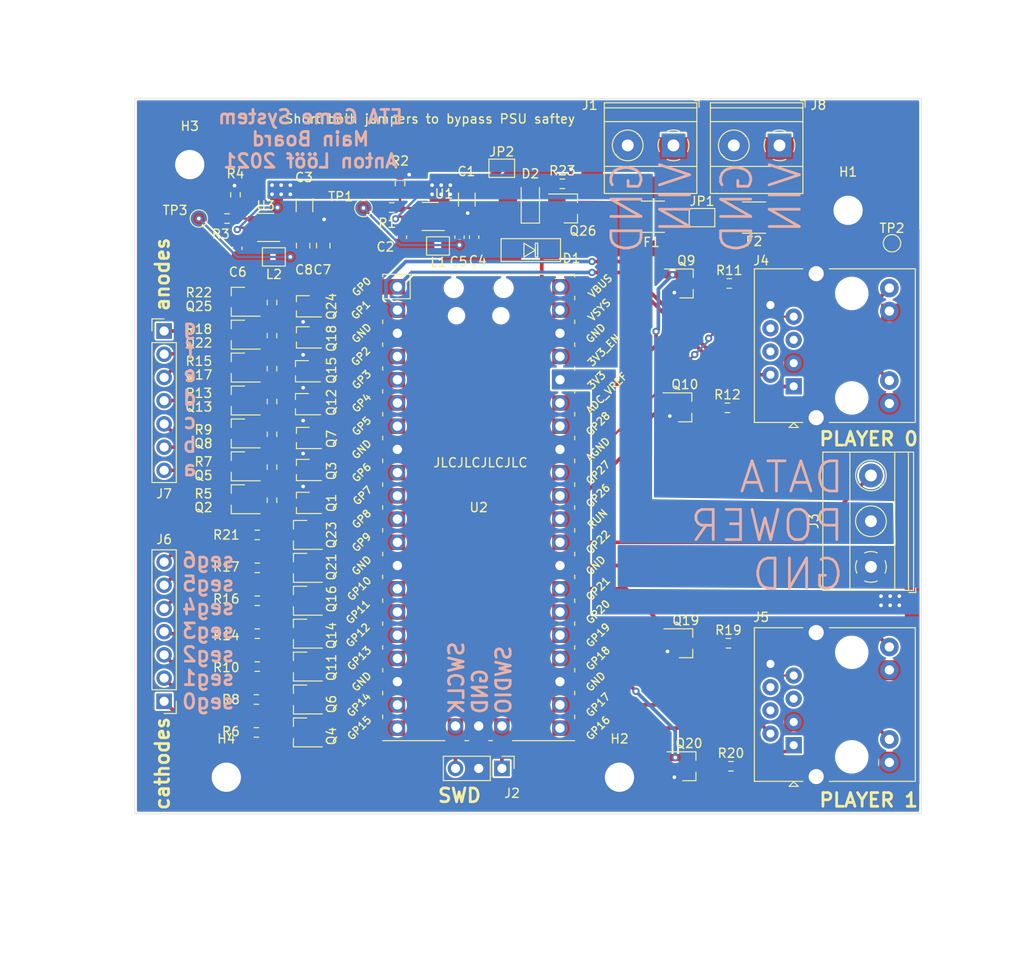
<source format=kicad_pcb>
(kicad_pcb (version 20171130) (host pcbnew "(5.1.10)-1")
  (layers (0 F.Cu signal) (31 B.Cu signal) (34 B.Paste user) (35 F.Paste user) (36 B.SilkS user) (37 F.SilkS user) (38 B.Mask user) (39 F.Mask user) (44 Edge.Cuts user))
  (net 0 "")
  (net 1 GND)
  (net 2 vin)
  (net 3 "Net-(C2-Pad1)")
  (net 4 +5V)
  (net 5 "Net-(C6-Pad1)")
  (net 6 /led_power)
  (net 7 "Net-(D1-Pad1)")
  (net 8 "Net-(D2-Pad2)")
  (net 9 "Net-(F1-Pad2)")
  (net 10 "Net-(F2-Pad2)")
  (net 11 "Net-(J2-Pad3)")
  (net 12 "Net-(J2-Pad1)")
  (net 13 +3V3)
  (net 14 "Net-(J4-Pad9)")
  (net 15 "Net-(J4-Pad11)")
  (net 16 connected0)
  (net 17 "Net-(J4-Pad6)")
  (net 18 "Net-(J4-Pad5)")
  (net 19 "Net-(J4-Pad4)")
  (net 20 rx0)
  (net 21 tx0)
  (net 22 "Net-(J5-Pad9)")
  (net 23 "Net-(J5-Pad11)")
  (net 24 connected1)
  (net 25 "Net-(J5-Pad6)")
  (net 26 "Net-(J5-Pad5)")
  (net 27 "Net-(J5-Pad4)")
  (net 28 rx1)
  (net 29 tx1)
  (net 30 "Net-(J6-Pad7)")
  (net 31 "Net-(J6-Pad6)")
  (net 32 "Net-(J6-Pad5)")
  (net 33 "Net-(J6-Pad4)")
  (net 34 "Net-(J6-Pad3)")
  (net 35 "Net-(J6-Pad2)")
  (net 36 "Net-(J6-Pad1)")
  (net 37 "Net-(J7-Pad7)")
  (net 38 "Net-(J7-Pad6)")
  (net 39 "Net-(J7-Pad5)")
  (net 40 "Net-(J7-Pad4)")
  (net 41 "Net-(J7-Pad3)")
  (net 42 "Net-(J7-Pad2)")
  (net 43 "Net-(J7-Pad1)")
  (net 44 "Net-(Q1-Pad3)")
  (net 45 /a)
  (net 46 "Net-(Q3-Pad3)")
  (net 47 /b)
  (net 48 "Net-(Q4-Pad3)")
  (net 49 /seg0)
  (net 50 "Net-(Q6-Pad3)")
  (net 51 /seg1)
  (net 52 "Net-(Q7-Pad3)")
  (net 53 /c)
  (net 54 "Net-(Q9-Pad3)")
  (net 55 /led00)
  (net 56 "Net-(Q10-Pad3)")
  (net 57 /led01)
  (net 58 "Net-(Q11-Pad3)")
  (net 59 /seg2)
  (net 60 "Net-(Q12-Pad3)")
  (net 61 /d)
  (net 62 "Net-(Q14-Pad3)")
  (net 63 /seg3)
  (net 64 "Net-(Q15-Pad3)")
  (net 65 /e)
  (net 66 "Net-(Q16-Pad3)")
  (net 67 /seg4)
  (net 68 "Net-(Q18-Pad3)")
  (net 69 /f)
  (net 70 "Net-(Q19-Pad3)")
  (net 71 /led10)
  (net 72 "Net-(Q20-Pad3)")
  (net 73 /led11)
  (net 74 "Net-(Q21-Pad3)")
  (net 75 /seg5)
  (net 76 "Net-(Q23-Pad3)")
  (net 77 /seg6)
  (net 78 "Net-(Q24-Pad3)")
  (net 79 /g)
  (net 80 "Net-(U2-Pad30)")
  (net 81 "Net-(U2-Pad35)")
  (net 82 "Net-(U2-Pad37)")
  (net 83 "Net-(U2-Pad40)")
  (net 84 /vsys_sw)
  (net 85 /vled_sw)
  (net 86 /vsys_fb)
  (net 87 /vled_fb)
  (net 88 /combined_vin)
  (net 89 /matrix_led_data)
  (net 90 "Net-(U2-Pad24)")
  (module good_things:smd_diode_sod_106 (layer F.Cu) (at 116.3 71.85)
    (fp_text reference D1 (at 4.45 0.9) (layer F.SilkS))
    (fp_text value RSX301L-30TE25)
    (pad 2 smd rect (at -2.1 0) (size 2 2) (layers F.Cu F.Paste F.Mask) (net 4 +5V))
    (pad 1 smd rect (at 2.1 0) (size 2 2) (layers F.Cu F.Paste F.Mask) (net 7 "Net-(D1-Pad1)"))
  )
  (module Capacitor_SMD:C_1206_3216Metric (layer F.Cu) (at 109.3 66.325 270)
    (fp_text reference C1 (at -3.075 0.05 180) (layer F.SilkS))
    (fp_text value "10u 18v")
    (pad 2 smd roundrect (at 1.475 0 270) (size 1.15 1.8) (layers F.Cu F.Paste F.Mask) (roundrect_rratio 0.2173904347826087) (net 1 GND))
    (pad 1 smd roundrect (at -1.475 0 270) (size 1.15 1.8) (layers F.Cu F.Paste F.Mask) (roundrect_rratio 0.2173904347826087) (net 2 vin))
  )
  (module MountingHole:MountingHole_3.2mm_M3_Pad_TopBottom (layer F.Cu) (at 83 129.5)
    (fp_text reference H4 (at 0 -4.2) (layer F.SilkS))
    (fp_text value MountingHole_Pad)
    (pad 1 connect circle (at 0 0) (size 6.4 6.4) (layers B.Cu B.Mask) (net 1 GND))
    (pad 1 connect circle (at 0 0) (size 6.4 6.4) (layers F.Cu F.Mask) (net 1 GND))
    (pad 1 thru_hole circle (at 0 0) (size 3.6 3.6) (drill 3.2) (layers *.Cu *.Mask) (net 1 GND))
  )
  (module MountingHole:MountingHole_3.2mm_M3_Pad_TopBottom (layer F.Cu) (at 79 62.5)
    (fp_text reference H3 (at 0 -4.2) (layer F.SilkS))
    (fp_text value MountingHole_Pad)
    (pad 1 connect circle (at 0 0) (size 6.4 6.4) (layers B.Cu B.Mask) (net 1 GND))
    (pad 1 connect circle (at 0 0) (size 6.4 6.4) (layers F.Cu F.Mask) (net 1 GND))
    (pad 1 thru_hole circle (at 0 0) (size 3.6 3.6) (drill 3.2) (layers *.Cu *.Mask) (net 1 GND))
  )
  (module MountingHole:MountingHole_3.2mm_M3_Pad_TopBottom (layer F.Cu) (at 126 129.5)
    (fp_text reference H2 (at 0 -4.2) (layer F.SilkS))
    (fp_text value MountingHole_Pad)
    (pad 1 connect circle (at 0 0) (size 6.4 6.4) (layers B.Cu B.Mask) (net 1 GND))
    (pad 1 connect circle (at 0 0) (size 6.4 6.4) (layers F.Cu F.Mask) (net 1 GND))
    (pad 1 thru_hole circle (at 0 0) (size 3.6 3.6) (drill 3.2) (layers *.Cu *.Mask) (net 1 GND))
  )
  (module MountingHole:MountingHole_3.2mm_M3_Pad_TopBottom (layer F.Cu) (at 151 67.5)
    (fp_text reference H1 (at 0 -4.2) (layer F.SilkS))
    (fp_text value MountingHole_Pad)
    (pad 1 connect circle (at 0 0) (size 6.4 6.4) (layers B.Cu B.Mask) (net 1 GND))
    (pad 1 connect circle (at 0 0) (size 6.4 6.4) (layers F.Cu F.Mask) (net 1 GND))
    (pad 1 thru_hole circle (at 0 0) (size 3.6 3.6) (drill 3.2) (layers *.Cu *.Mask) (net 1 GND))
  )
  (module Resistor_SMD:R_0603_1608Metric_Pad0.98x0.95mm_HandSolder (layer F.Cu) (at 86.3875 117.4)
    (fp_text reference R10 (at -3.3875 0.1) (layer F.SilkS))
    (fp_text value 50)
    (pad 2 smd roundrect (at 0.9125 0) (size 0.975 0.95) (layers F.Cu F.Paste F.Mask) (net 58 "Net-(Q11-Pad3)"))
    (pad 1 smd roundrect (at -0.9125 0) (size 0.975 0.95) (layers F.Cu F.Paste F.Mask) (net 34 "Net-(J6-Pad3)"))
  )
  (module Resistor_SMD:R_0603_1608Metric_Pad0.98x0.95mm_HandSolder (layer F.Cu) (at 119.75 64.6)
    (fp_text reference R23 (at 0 -1.43) (layer F.SilkS))
    (fp_text value 10k)
    (pad 2 smd roundrect (at 0.9125 0) (size 0.975 0.95) (layers F.Cu F.Paste F.Mask) (net 1 GND))
    (pad 1 smd roundrect (at -0.9125 0) (size 0.975 0.95) (layers F.Cu F.Paste F.Mask) (net 8 "Net-(D2-Pad2)"))
  )
  (module Resistor_SMD:R_0603_1608Metric_Pad0.98x0.95mm_HandSolder (layer F.Cu) (at 88 77.5875 90)
    (fp_text reference R22 (at 1.0875 -8 180) (layer F.SilkS))
    (fp_text value 10k)
    (pad 2 smd roundrect (at 0.9125 0 90) (size 0.975 0.95) (layers F.Cu F.Paste F.Mask) (net 6 /led_power))
    (pad 1 smd roundrect (at -0.9125 0 90) (size 0.975 0.95) (layers F.Cu F.Paste F.Mask) (net 78 "Net-(Q24-Pad3)"))
  )
  (module Resistor_SMD:R_0603_1608Metric_Pad0.98x0.95mm_HandSolder (layer F.Cu) (at 86.3875 103)
    (fp_text reference R21 (at -3.3875 0) (layer F.SilkS))
    (fp_text value 50)
    (pad 2 smd roundrect (at 0.9125 0) (size 0.975 0.95) (layers F.Cu F.Paste F.Mask) (net 76 "Net-(Q23-Pad3)"))
    (pad 1 smd roundrect (at -0.9125 0) (size 0.975 0.95) (layers F.Cu F.Paste F.Mask) (net 30 "Net-(J6-Pad7)"))
  )
  (module Resistor_SMD:R_0603_1608Metric_Pad0.98x0.95mm_HandSolder (layer F.Cu) (at 138.1875 128.3)
    (fp_text reference R20 (at 0 -1.43) (layer F.SilkS))
    (fp_text value 1k)
    (pad 2 smd roundrect (at 0.9125 0) (size 0.975 0.95) (layers F.Cu F.Paste F.Mask) (net 23 "Net-(J5-Pad11)"))
    (pad 1 smd roundrect (at -0.9125 0) (size 0.975 0.95) (layers F.Cu F.Paste F.Mask) (net 72 "Net-(Q20-Pad3)"))
  )
  (module Resistor_SMD:R_0603_1608Metric_Pad0.98x0.95mm_HandSolder (layer F.Cu) (at 137.9125 114.85)
    (fp_text reference R19 (at 0 -1.43) (layer F.SilkS))
    (fp_text value 1k)
    (pad 2 smd roundrect (at 0.9125 0) (size 0.975 0.95) (layers F.Cu F.Paste F.Mask) (net 22 "Net-(J5-Pad9)"))
    (pad 1 smd roundrect (at -0.9125 0) (size 0.975 0.95) (layers F.Cu F.Paste F.Mask) (net 70 "Net-(Q19-Pad3)"))
  )
  (module Resistor_SMD:R_0603_1608Metric_Pad0.98x0.95mm_HandSolder (layer F.Cu) (at 88 81.2125 90)
    (fp_text reference R18 (at 0.7125 -8 180) (layer F.SilkS))
    (fp_text value 10k)
    (pad 2 smd roundrect (at 0.9125 0 90) (size 0.975 0.95) (layers F.Cu F.Paste F.Mask) (net 6 /led_power))
    (pad 1 smd roundrect (at -0.9125 0 90) (size 0.975 0.95) (layers F.Cu F.Paste F.Mask) (net 68 "Net-(Q18-Pad3)"))
  )
  (module Resistor_SMD:R_0603_1608Metric_Pad0.98x0.95mm_HandSolder (layer F.Cu) (at 86.3875 106.6)
    (fp_text reference R17 (at -3.3875 -0.1) (layer F.SilkS))
    (fp_text value 50)
    (pad 2 smd roundrect (at 0.9125 0) (size 0.975 0.95) (layers F.Cu F.Paste F.Mask) (net 74 "Net-(Q21-Pad3)"))
    (pad 1 smd roundrect (at -0.9125 0) (size 0.975 0.95) (layers F.Cu F.Paste F.Mask) (net 31 "Net-(J6-Pad6)"))
  )
  (module Resistor_SMD:R_0603_1608Metric_Pad0.98x0.95mm_HandSolder (layer F.Cu) (at 86.3875 110.2)
    (fp_text reference R16 (at -3.3875 -0.2) (layer F.SilkS))
    (fp_text value 50)
    (pad 2 smd roundrect (at 0.9125 0) (size 0.975 0.95) (layers F.Cu F.Paste F.Mask) (net 66 "Net-(Q16-Pad3)"))
    (pad 1 smd roundrect (at -0.9125 0) (size 0.975 0.95) (layers F.Cu F.Paste F.Mask) (net 32 "Net-(J6-Pad5)"))
  )
  (module Resistor_SMD:R_0603_1608Metric_Pad0.98x0.95mm_HandSolder (layer F.Cu) (at 88 84.8125 90)
    (fp_text reference R15 (at 0.8125 -8 180) (layer F.SilkS))
    (fp_text value 10k)
    (pad 2 smd roundrect (at 0.9125 0 90) (size 0.975 0.95) (layers F.Cu F.Paste F.Mask) (net 6 /led_power))
    (pad 1 smd roundrect (at -0.9125 0 90) (size 0.975 0.95) (layers F.Cu F.Paste F.Mask) (net 64 "Net-(Q15-Pad3)"))
  )
  (module Resistor_SMD:R_0603_1608Metric_Pad0.98x0.95mm_HandSolder (layer F.Cu) (at 86.3875 113.8)
    (fp_text reference R14 (at -3.3875 0.2) (layer F.SilkS))
    (fp_text value 50)
    (pad 2 smd roundrect (at 0.9125 0) (size 0.975 0.95) (layers F.Cu F.Paste F.Mask) (net 62 "Net-(Q14-Pad3)"))
    (pad 1 smd roundrect (at -0.9125 0) (size 0.975 0.95) (layers F.Cu F.Paste F.Mask) (net 33 "Net-(J6-Pad4)"))
  )
  (module Resistor_SMD:R_0603_1608Metric_Pad0.98x0.95mm_HandSolder (layer F.Cu) (at 88 88.4125 90)
    (fp_text reference R13 (at 0.9125 -8 180) (layer F.SilkS))
    (fp_text value 10k)
    (pad 2 smd roundrect (at 0.9125 0 90) (size 0.975 0.95) (layers F.Cu F.Paste F.Mask) (net 6 /led_power))
    (pad 1 smd roundrect (at -0.9125 0 90) (size 0.975 0.95) (layers F.Cu F.Paste F.Mask) (net 60 "Net-(Q12-Pad3)"))
  )
  (module Resistor_SMD:R_0603_1608Metric_Pad0.98x0.95mm_HandSolder (layer F.Cu) (at 137.8 89.1)
    (fp_text reference R12 (at 0 -1.43) (layer F.SilkS))
    (fp_text value 1k)
    (pad 2 smd roundrect (at 0.9125 0) (size 0.975 0.95) (layers F.Cu F.Paste F.Mask) (net 15 "Net-(J4-Pad11)"))
    (pad 1 smd roundrect (at -0.9125 0) (size 0.975 0.95) (layers F.Cu F.Paste F.Mask) (net 56 "Net-(Q10-Pad3)"))
  )
  (module Resistor_SMD:R_0603_1608Metric_Pad0.98x0.95mm_HandSolder (layer F.Cu) (at 138 75.5)
    (fp_text reference R11 (at 0 -1.43) (layer F.SilkS))
    (fp_text value 1k)
    (pad 2 smd roundrect (at 0.9125 0) (size 0.975 0.95) (layers F.Cu F.Paste F.Mask) (net 14 "Net-(J4-Pad9)"))
    (pad 1 smd roundrect (at -0.9125 0) (size 0.975 0.95) (layers F.Cu F.Paste F.Mask) (net 54 "Net-(Q9-Pad3)"))
  )
  (module Resistor_SMD:R_0603_1608Metric_Pad0.98x0.95mm_HandSolder (layer F.Cu) (at 88 92 90)
    (fp_text reference R9 (at 0.5 -7.5 180) (layer F.SilkS))
    (fp_text value 10k)
    (pad 2 smd roundrect (at 0.9125 0 90) (size 0.975 0.95) (layers F.Cu F.Paste F.Mask) (net 6 /led_power))
    (pad 1 smd roundrect (at -0.9125 0 90) (size 0.975 0.95) (layers F.Cu F.Paste F.Mask) (net 52 "Net-(Q7-Pad3)"))
  )
  (module Resistor_SMD:R_0603_1608Metric_Pad0.98x0.95mm_HandSolder (layer F.Cu) (at 86.2875 121)
    (fp_text reference R8 (at -2.7875 0) (layer F.SilkS))
    (fp_text value 50)
    (pad 2 smd roundrect (at 0.9125 0) (size 0.975 0.95) (layers F.Cu F.Paste F.Mask) (net 50 "Net-(Q6-Pad3)"))
    (pad 1 smd roundrect (at -0.9125 0) (size 0.975 0.95) (layers F.Cu F.Paste F.Mask) (net 35 "Net-(J6-Pad2)"))
  )
  (module Resistor_SMD:R_0603_1608Metric_Pad0.98x0.95mm_HandSolder (layer F.Cu) (at 88 95.5875 90)
    (fp_text reference R7 (at 0.5875 -7.5 180) (layer F.SilkS))
    (fp_text value 10k)
    (pad 2 smd roundrect (at 0.9125 0 90) (size 0.975 0.95) (layers F.Cu F.Paste F.Mask) (net 6 /led_power))
    (pad 1 smd roundrect (at -0.9125 0 90) (size 0.975 0.95) (layers F.Cu F.Paste F.Mask) (net 46 "Net-(Q3-Pad3)"))
  )
  (module Resistor_SMD:R_0603_1608Metric_Pad0.98x0.95mm_HandSolder (layer F.Cu) (at 86.2875 124.6)
    (fp_text reference R6 (at -2.7875 -0.1) (layer F.SilkS))
    (fp_text value 50)
    (pad 2 smd roundrect (at 0.9125 0) (size 0.975 0.95) (layers F.Cu F.Paste F.Mask) (net 48 "Net-(Q4-Pad3)"))
    (pad 1 smd roundrect (at -0.9125 0) (size 0.975 0.95) (layers F.Cu F.Paste F.Mask) (net 36 "Net-(J6-Pad1)"))
  )
  (module Resistor_SMD:R_0603_1608Metric_Pad0.98x0.95mm_HandSolder (layer F.Cu) (at 88 99.2125 90)
    (fp_text reference R5 (at 0.7125 -7.5 180) (layer F.SilkS))
    (fp_text value 10k)
    (pad 2 smd roundrect (at 0.9125 0 90) (size 0.975 0.95) (layers F.Cu F.Paste F.Mask) (net 6 /led_power))
    (pad 1 smd roundrect (at -0.9125 0 90) (size 0.975 0.95) (layers F.Cu F.Paste F.Mask) (net 44 "Net-(Q1-Pad3)"))
  )
  (module Resistor_SMD:R_0603_1608Metric_Pad0.98x0.95mm_HandSolder (layer F.Cu) (at 84 65.8 90)
    (fp_text reference R4 (at 2.3 0 180) (layer F.SilkS))
    (fp_text value 10k)
    (pad 2 smd roundrect (at 0.9125 0 90) (size 0.975 0.95) (layers F.Cu F.Paste F.Mask) (net 1 GND))
    (pad 1 smd roundrect (at -0.9125 0 90) (size 0.975 0.95) (layers F.Cu F.Paste F.Mask) (net 87 /vled_fb))
  )
  (module Resistor_SMD:R_0603_1608Metric_Pad0.98x0.95mm_HandSolder (layer F.Cu) (at 83.0875 68.4)
    (fp_text reference R3 (at -0.6875 1.7) (layer F.SilkS))
    (fp_text value 71k3)
    (pad 2 smd roundrect (at 0.9125 0) (size 0.975 0.95) (layers F.Cu F.Paste F.Mask) (net 87 /vled_fb))
    (pad 1 smd roundrect (at -0.9125 0) (size 0.975 0.95) (layers F.Cu F.Paste F.Mask) (net 6 /led_power))
  )
  (module Resistor_SMD:R_0603_1608Metric_Pad0.98x0.95mm_HandSolder (layer F.Cu) (at 102 64.5875 90)
    (fp_text reference R2 (at 2.4875 0 180) (layer F.SilkS))
    (fp_text value 10k)
    (pad 2 smd roundrect (at 0.9125 0 90) (size 0.975 0.95) (layers F.Cu F.Paste F.Mask) (net 1 GND))
    (pad 1 smd roundrect (at -0.9125 0 90) (size 0.975 0.95) (layers F.Cu F.Paste F.Mask) (net 86 /vsys_fb))
  )
  (module Resistor_SMD:R_0603_1608Metric_Pad0.98x0.95mm_HandSolder (layer F.Cu) (at 101.0875 67.2)
    (fp_text reference R1 (at -0.4875 1.7) (layer F.SilkS))
    (fp_text value 52k3)
    (pad 2 smd roundrect (at 0.9125 0) (size 0.975 0.95) (layers F.Cu F.Paste F.Mask) (net 86 /vsys_fb))
    (pad 1 smd roundrect (at -0.9125 0) (size 0.975 0.95) (layers F.Cu F.Paste F.Mask) (net 4 +5V))
  )
  (module Package_TO_SOT_SMD:TSOT-23-6 (layer F.Cu) (at 87.3 69.4 180)
    (fp_text reference U3 (at 0 2.4) (layer F.SilkS))
    (fp_text value AP62250)
    (pad 6 smd rect (at 1.31 -0.95 180) (size 1.22 0.65) (layers F.Cu F.Paste F.Mask) (net 5 "Net-(C6-Pad1)"))
    (pad 5 smd rect (at 1.31 0 180) (size 1.22 0.65) (layers F.Cu F.Paste F.Mask) (net 2 vin))
    (pad 4 smd rect (at 1.31 0.95 180) (size 1.22 0.65) (layers F.Cu F.Paste F.Mask) (net 87 /vled_fb))
    (pad 3 smd rect (at -1.31 0.95 180) (size 1.22 0.65) (layers F.Cu F.Paste F.Mask) (net 2 vin))
    (pad 2 smd rect (at -1.31 0 180) (size 1.22 0.65) (layers F.Cu F.Paste F.Mask) (net 85 /vled_sw))
    (pad 1 smd rect (at -1.31 -0.95 180) (size 1.22 0.65) (layers F.Cu F.Paste F.Mask) (net 1 GND))
  )
  (module Capacitor_SMD:C_0603_1608Metric_Pad1.08x0.95mm_HandSolder (layer F.Cu) (at 84.2 71.6625 270)
    (fp_text reference C6 (at 2.5875 -0.05 180) (layer F.SilkS))
    (fp_text value 100n)
    (pad 2 smd roundrect (at 0.8625 0 270) (size 1.075 0.95) (layers F.Cu F.Paste F.Mask) (net 85 /vled_sw))
    (pad 1 smd roundrect (at -0.8625 0 270) (size 1.075 0.95) (layers F.Cu F.Paste F.Mask) (net 5 "Net-(C6-Pad1)"))
  )
  (module MCU_RaspberryPi_and_Boards:RPi_Pico_SMD_TH (layer F.Cu) (at 110.6 100)
    (fp_text reference U2 (at 0 0) (layer F.SilkS))
    (fp_text value Pico)
    (fp_text user AGND (at 13.054 -6.35 45) (layer F.SilkS) (effects (font (size 0.8 0.8))))
    (fp_text user GND (at 12.8 -19.05 45) (layer F.SilkS) (effects (font (size 0.8 0.8))))
    (fp_text user GND (at 12.8 6.35 45) (layer F.SilkS) (effects (font (size 0.8 0.8))))
    (fp_text user GND (at 12.8 19.05 45) (layer F.SilkS) (effects (font (size 0.8 0.8))))
    (fp_text user GND (at -12.8 19.05 45) (layer F.SilkS) (effects (font (size 0.8 0.8))))
    (fp_text user GND (at -12.8 6.35 45) (layer F.SilkS) (effects (font (size 0.8 0.8))))
    (fp_text user GND (at -12.8 -6.35 45) (layer F.SilkS) (effects (font (size 0.8 0.8))))
    (fp_text user GND (at -12.8 -19.05 45) (layer F.SilkS) (effects (font (size 0.8 0.8))))
    (fp_text user VBUS (at 13.3 -24.2 45) (layer F.SilkS) (effects (font (size 0.8 0.8))))
    (fp_text user VSYS (at 13.2 -21.59 45) (layer F.SilkS) (effects (font (size 0.8 0.8))))
    (fp_text user 3V3_EN (at 13.7 -17.2 45) (layer F.SilkS) (effects (font (size 0.8 0.8))))
    (fp_text user 3V3 (at 12.9 -13.9 45) (layer F.SilkS) (effects (font (size 0.8 0.8))))
    (fp_text user ADC_VREF (at 14 -12.5 45) (layer F.SilkS) (effects (font (size 0.8 0.8))))
    (fp_text user GP28 (at 13.054 -9.144 45) (layer F.SilkS) (effects (font (size 0.8 0.8))))
    (fp_text user GP27 (at 13.054 -3.8 45) (layer F.SilkS) (effects (font (size 0.8 0.8))))
    (fp_text user GP26 (at 13.054 -1.27 45) (layer F.SilkS) (effects (font (size 0.8 0.8))))
    (fp_text user RUN (at 13 1.27 45) (layer F.SilkS) (effects (font (size 0.8 0.8))))
    (fp_text user GP22 (at 13.054 3.81 45) (layer F.SilkS) (effects (font (size 0.8 0.8))))
    (fp_text user GP21 (at 13.054 8.9 45) (layer F.SilkS) (effects (font (size 0.8 0.8))))
    (fp_text user GP20 (at 13.054 11.43 45) (layer F.SilkS) (effects (font (size 0.8 0.8))))
    (fp_text user GP19 (at 13.054 13.97 45) (layer F.SilkS) (effects (font (size 0.8 0.8))))
    (fp_text user GP18 (at 13.054 16.51 45) (layer F.SilkS) (effects (font (size 0.8 0.8))))
    (fp_text user GP17 (at 13.054 21.59 45) (layer F.SilkS) (effects (font (size 0.8 0.8))))
    (fp_text user GP16 (at 13.054 24.13 45) (layer F.SilkS) (effects (font (size 0.8 0.8))))
    (fp_text user GP15 (at -13.054 24.13 45) (layer F.SilkS) (effects (font (size 0.8 0.8))))
    (fp_text user GP14 (at -13.1 21.59 45) (layer F.SilkS) (effects (font (size 0.8 0.8))))
    (fp_text user GP13 (at -13.054 16.51 45) (layer F.SilkS) (effects (font (size 0.8 0.8))))
    (fp_text user GP12 (at -13.2 13.97 45) (layer F.SilkS) (effects (font (size 0.8 0.8))))
    (fp_text user GP11 (at -13.2 11.43 45) (layer F.SilkS) (effects (font (size 0.8 0.8))))
    (fp_text user GP10 (at -13.054 8.89 45) (layer F.SilkS) (effects (font (size 0.8 0.8))))
    (fp_text user GP9 (at -12.8 3.81 45) (layer F.SilkS) (effects (font (size 0.8 0.8))))
    (fp_text user GP8 (at -12.8 1.27 45) (layer F.SilkS) (effects (font (size 0.8 0.8))))
    (fp_text user GP7 (at -12.7 -1.3 45) (layer F.SilkS) (effects (font (size 0.8 0.8))))
    (fp_text user GP6 (at -12.8 -3.81 45) (layer F.SilkS) (effects (font (size 0.8 0.8))))
    (fp_text user GP5 (at -12.8 -8.89 45) (layer F.SilkS) (effects (font (size 0.8 0.8))))
    (fp_text user GP4 (at -12.8 -11.43 45) (layer F.SilkS) (effects (font (size 0.8 0.8))))
    (fp_text user GP3 (at -12.8 -13.97 45) (layer F.SilkS) (effects (font (size 0.8 0.8))))
    (fp_text user GP0 (at -12.8 -24.13 45) (layer F.SilkS) (effects (font (size 0.8 0.8))))
    (fp_text user GP2 (at -12.9 -16.51 45) (layer F.SilkS) (effects (font (size 0.8 0.8))))
    (fp_text user GP1 (at -12.9 -21.6 45) (layer F.SilkS) (effects (font (size 0.8 0.8))))
    (pad 43 thru_hole oval (at 2.54 23.9) (size 1.7 1.7) (drill 1.02) (layers *.Cu *.Mask) (net 12 "Net-(J2-Pad1)"))
    (pad 43 smd rect (at 2.54 23.9 90) (size 3.5 1.7) (drill (offset -0.9 0)) (layers F.Cu F.Mask) (net 12 "Net-(J2-Pad1)"))
    (pad 42 thru_hole rect (at 0 23.9) (size 1.7 1.7) (drill 1.02) (layers *.Cu *.Mask) (net 1 GND))
    (pad 42 smd rect (at 0 23.9 90) (size 3.5 1.7) (drill (offset -0.9 0)) (layers F.Cu F.Mask) (net 1 GND))
    (pad 41 thru_hole oval (at -2.54 23.9) (size 1.7 1.7) (drill 1.02) (layers *.Cu *.Mask) (net 11 "Net-(J2-Pad3)"))
    (pad 41 smd rect (at -2.54 23.9 90) (size 3.5 1.7) (drill (offset -0.9 0)) (layers F.Cu F.Mask) (net 11 "Net-(J2-Pad3)"))
    (pad "" np_thru_hole oval (at 2.425 -20.97) (size 1.5 1.5) (drill 1.5) (layers *.Cu *.Mask))
    (pad "" np_thru_hole oval (at -2.425 -20.97) (size 1.5 1.5) (drill 1.5) (layers *.Cu *.Mask))
    (pad "" np_thru_hole oval (at 2.725 -24) (size 1.8 1.8) (drill 1.8) (layers *.Cu *.Mask))
    (pad "" np_thru_hole oval (at -2.725 -24) (size 1.8 1.8) (drill 1.8) (layers *.Cu *.Mask))
    (pad 21 smd rect (at 8.89 24.13) (size 3.5 1.7) (drill (offset 0.9 0)) (layers F.Cu F.Mask) (net 29 tx1))
    (pad 22 smd rect (at 8.89 21.59) (size 3.5 1.7) (drill (offset 0.9 0)) (layers F.Cu F.Mask) (net 28 rx1))
    (pad 23 smd rect (at 8.89 19.05) (size 3.5 1.7) (drill (offset 0.9 0)) (layers F.Cu F.Mask) (net 1 GND))
    (pad 24 smd rect (at 8.89 16.51) (size 3.5 1.7) (drill (offset 0.9 0)) (layers F.Cu F.Mask) (net 90 "Net-(U2-Pad24)"))
    (pad 25 smd rect (at 8.89 13.97) (size 3.5 1.7) (drill (offset 0.9 0)) (layers F.Cu F.Mask) (net 73 /led11))
    (pad 26 smd rect (at 8.89 11.43) (size 3.5 1.7) (drill (offset 0.9 0)) (layers F.Cu F.Mask) (net 24 connected1))
    (pad 27 smd rect (at 8.89 8.89) (size 3.5 1.7) (drill (offset 0.9 0)) (layers F.Cu F.Mask) (net 71 /led10))
    (pad 28 smd rect (at 8.89 6.35) (size 3.5 1.7) (drill (offset 0.9 0)) (layers F.Cu F.Mask) (net 1 GND))
    (pad 29 smd rect (at 8.89 3.81) (size 3.5 1.7) (drill (offset 0.9 0)) (layers F.Cu F.Mask) (net 89 /matrix_led_data))
    (pad 30 smd rect (at 8.89 1.27) (size 3.5 1.7) (drill (offset 0.9 0)) (layers F.Cu F.Mask) (net 80 "Net-(U2-Pad30)"))
    (pad 31 smd rect (at 8.89 -1.27) (size 3.5 1.7) (drill (offset 0.9 0)) (layers F.Cu F.Mask) (net 57 /led01))
    (pad 32 smd rect (at 8.89 -3.81) (size 3.5 1.7) (drill (offset 0.9 0)) (layers F.Cu F.Mask) (net 16 connected0))
    (pad 33 smd rect (at 8.89 -6.35) (size 3.5 1.7) (drill (offset 0.9 0)) (layers F.Cu F.Mask) (net 1 GND))
    (pad 34 smd rect (at 8.89 -8.89) (size 3.5 1.7) (drill (offset 0.9 0)) (layers F.Cu F.Mask) (net 55 /led00))
    (pad 35 smd rect (at 8.89 -11.43) (size 3.5 1.7) (drill (offset 0.9 0)) (layers F.Cu F.Mask) (net 81 "Net-(U2-Pad35)"))
    (pad 36 smd rect (at 8.89 -13.97) (size 3.5 1.7) (drill (offset 0.9 0)) (layers F.Cu F.Mask) (net 13 +3V3))
    (pad 37 smd rect (at 8.89 -16.51) (size 3.5 1.7) (drill (offset 0.9 0)) (layers F.Cu F.Mask) (net 82 "Net-(U2-Pad37)"))
    (pad 38 smd rect (at 8.89 -19.05) (size 3.5 1.7) (drill (offset 0.9 0)) (layers F.Cu F.Mask) (net 1 GND))
    (pad 39 smd rect (at 8.89 -21.59) (size 3.5 1.7) (drill (offset 0.9 0)) (layers F.Cu F.Mask) (net 7 "Net-(D1-Pad1)"))
    (pad 40 smd rect (at 8.89 -24.13) (size 3.5 1.7) (drill (offset 0.9 0)) (layers F.Cu F.Mask) (net 83 "Net-(U2-Pad40)"))
    (pad 20 smd rect (at -8.89 24.13) (size 3.5 1.7) (drill (offset -0.9 0)) (layers F.Cu F.Mask) (net 49 /seg0))
    (pad 19 smd rect (at -8.89 21.59) (size 3.5 1.7) (drill (offset -0.9 0)) (layers F.Cu F.Mask) (net 51 /seg1))
    (pad 18 smd rect (at -8.89 19.05) (size 3.5 1.7) (drill (offset -0.9 0)) (layers F.Cu F.Mask) (net 1 GND))
    (pad 17 smd rect (at -8.89 16.51) (size 3.5 1.7) (drill (offset -0.9 0)) (layers F.Cu F.Mask) (net 59 /seg2))
    (pad 16 smd rect (at -8.89 13.97) (size 3.5 1.7) (drill (offset -0.9 0)) (layers F.Cu F.Mask) (net 63 /seg3))
    (pad 15 smd rect (at -8.89 11.43) (size 3.5 1.7) (drill (offset -0.9 0)) (layers F.Cu F.Mask) (net 67 /seg4))
    (pad 14 smd rect (at -8.89 8.89) (size 3.5 1.7) (drill (offset -0.9 0)) (layers F.Cu F.Mask) (net 75 /seg5))
    (pad 13 smd rect (at -8.89 6.35) (size 3.5 1.7) (drill (offset -0.9 0)) (layers F.Cu F.Mask) (net 1 GND))
    (pad 12 smd rect (at -8.89 3.81) (size 3.5 1.7) (drill (offset -0.9 0)) (layers F.Cu F.Mask) (net 77 /seg6))
    (pad 11 smd rect (at -8.89 1.27) (size 3.5 1.7) (drill (offset -0.9 0)) (layers F.Cu F.Mask) (net 45 /a))
    (pad 10 smd rect (at -8.89 -1.27) (size 3.5 1.7) (drill (offset -0.9 0)) (layers F.Cu F.Mask) (net 47 /b))
    (pad 9 smd rect (at -8.89 -3.81) (size 3.5 1.7) (drill (offset -0.9 0)) (layers F.Cu F.Mask) (net 53 /c))
    (pad 8 smd rect (at -8.89 -6.35) (size 3.5 1.7) (drill (offset -0.9 0)) (layers F.Cu F.Mask) (net 1 GND))
    (pad 7 smd rect (at -8.89 -8.89) (size 3.5 1.7) (drill (offset -0.9 0)) (layers F.Cu F.Mask) (net 61 /d))
    (pad 6 smd rect (at -8.89 -11.43) (size 3.5 1.7) (drill (offset -0.9 0)) (layers F.Cu F.Mask) (net 65 /e))
    (pad 5 smd rect (at -8.89 -13.97) (size 3.5 1.7) (drill (offset -0.9 0)) (layers F.Cu F.Mask) (net 69 /f))
    (pad 4 smd rect (at -8.89 -16.51) (size 3.5 1.7) (drill (offset -0.9 0)) (layers F.Cu F.Mask) (net 79 /g))
    (pad 3 smd rect (at -8.89 -19.05) (size 3.5 1.7) (drill (offset -0.9 0)) (layers F.Cu F.Mask) (net 1 GND))
    (pad 2 smd rect (at -8.89 -21.59) (size 3.5 1.7) (drill (offset -0.9 0)) (layers F.Cu F.Mask) (net 20 rx0))
    (pad 1 smd rect (at -8.89 -24.13) (size 3.5 1.7) (drill (offset -0.9 0)) (layers F.Cu F.Mask) (net 21 tx0))
    (pad 40 thru_hole oval (at 8.89 -24.13) (size 1.7 1.7) (drill 1.02) (layers *.Cu *.Mask) (net 83 "Net-(U2-Pad40)"))
    (pad 39 thru_hole oval (at 8.89 -21.59) (size 1.7 1.7) (drill 1.02) (layers *.Cu *.Mask) (net 7 "Net-(D1-Pad1)"))
    (pad 38 thru_hole rect (at 8.89 -19.05) (size 1.7 1.7) (drill 1.02) (layers *.Cu *.Mask) (net 1 GND))
    (pad 37 thru_hole oval (at 8.89 -16.51) (size 1.7 1.7) (drill 1.02) (layers *.Cu *.Mask) (net 82 "Net-(U2-Pad37)"))
    (pad 36 thru_hole oval (at 8.89 -13.97) (size 1.7 1.7) (drill 1.02) (layers *.Cu *.Mask) (net 13 +3V3))
    (pad 35 thru_hole oval (at 8.89 -11.43) (size 1.7 1.7) (drill 1.02) (layers *.Cu *.Mask) (net 81 "Net-(U2-Pad35)"))
    (pad 34 thru_hole oval (at 8.89 -8.89) (size 1.7 1.7) (drill 1.02) (layers *.Cu *.Mask) (net 55 /led00))
    (pad 33 thru_hole rect (at 8.89 -6.35) (size 1.7 1.7) (drill 1.02) (layers *.Cu *.Mask) (net 1 GND))
    (pad 32 thru_hole oval (at 8.89 -3.81) (size 1.7 1.7) (drill 1.02) (layers *.Cu *.Mask) (net 16 connected0))
    (pad 31 thru_hole oval (at 8.89 -1.27) (size 1.7 1.7) (drill 1.02) (layers *.Cu *.Mask) (net 57 /led01))
    (pad 30 thru_hole oval (at 8.89 1.27) (size 1.7 1.7) (drill 1.02) (layers *.Cu *.Mask) (net 80 "Net-(U2-Pad30)"))
    (pad 29 thru_hole oval (at 8.89 3.81) (size 1.7 1.7) (drill 1.02) (layers *.Cu *.Mask) (net 89 /matrix_led_data))
    (pad 28 thru_hole rect (at 8.89 6.35) (size 1.7 1.7) (drill 1.02) (layers *.Cu *.Mask) (net 1 GND))
    (pad 27 thru_hole oval (at 8.89 8.89) (size 1.7 1.7) (drill 1.02) (layers *.Cu *.Mask) (net 71 /led10))
    (pad 26 thru_hole oval (at 8.89 11.43) (size 1.7 1.7) (drill 1.02) (layers *.Cu *.Mask) (net 24 connected1))
    (pad 25 thru_hole oval (at 8.89 13.97) (size 1.7 1.7) (drill 1.02) (layers *.Cu *.Mask) (net 73 /led11))
    (pad 24 thru_hole oval (at 8.89 16.51) (size 1.7 1.7) (drill 1.02) (layers *.Cu *.Mask) (net 90 "Net-(U2-Pad24)"))
    (pad 23 thru_hole rect (at 8.89 19.05) (size 1.7 1.7) (drill 1.02) (layers *.Cu *.Mask) (net 1 GND))
    (pad 22 thru_hole oval (at 8.89 21.59) (size 1.7 1.7) (drill 1.02) (layers *.Cu *.Mask) (net 28 rx1))
    (pad 21 thru_hole oval (at 8.89 24.13) (size 1.7 1.7) (drill 1.02) (layers *.Cu *.Mask) (net 29 tx1))
    (pad 20 thru_hole oval (at -8.89 24.13) (size 1.7 1.7) (drill 1.02) (layers *.Cu *.Mask) (net 49 /seg0))
    (pad 19 thru_hole oval (at -8.89 21.59) (size 1.7 1.7) (drill 1.02) (layers *.Cu *.Mask) (net 51 /seg1))
    (pad 18 thru_hole rect (at -8.89 19.05) (size 1.7 1.7) (drill 1.02) (layers *.Cu *.Mask) (net 1 GND))
    (pad 17 thru_hole oval (at -8.89 16.51) (size 1.7 1.7) (drill 1.02) (layers *.Cu *.Mask) (net 59 /seg2))
    (pad 16 thru_hole oval (at -8.89 13.97) (size 1.7 1.7) (drill 1.02) (layers *.Cu *.Mask) (net 63 /seg3))
    (pad 15 thru_hole oval (at -8.89 11.43) (size 1.7 1.7) (drill 1.02) (layers *.Cu *.Mask) (net 67 /seg4))
    (pad 14 thru_hole oval (at -8.89 8.89) (size 1.7 1.7) (drill 1.02) (layers *.Cu *.Mask) (net 75 /seg5))
    (pad 13 thru_hole rect (at -8.89 6.35) (size 1.7 1.7) (drill 1.02) (layers *.Cu *.Mask) (net 1 GND))
    (pad 12 thru_hole oval (at -8.89 3.81) (size 1.7 1.7) (drill 1.02) (layers *.Cu *.Mask) (net 77 /seg6))
    (pad 11 thru_hole oval (at -8.89 1.27) (size 1.7 1.7) (drill 1.02) (layers *.Cu *.Mask) (net 45 /a))
    (pad 10 thru_hole oval (at -8.89 -1.27) (size 1.7 1.7) (drill 1.02) (layers *.Cu *.Mask) (net 47 /b))
    (pad 9 thru_hole oval (at -8.89 -3.81) (size 1.7 1.7) (drill 1.02) (layers *.Cu *.Mask) (net 53 /c))
    (pad 8 thru_hole rect (at -8.89 -6.35) (size 1.7 1.7) (drill 1.02) (layers *.Cu *.Mask) (net 1 GND))
    (pad 7 thru_hole oval (at -8.89 -8.89) (size 1.7 1.7) (drill 1.02) (layers *.Cu *.Mask) (net 61 /d))
    (pad 6 thru_hole oval (at -8.89 -11.43) (size 1.7 1.7) (drill 1.02) (layers *.Cu *.Mask) (net 65 /e))
    (pad 5 thru_hole oval (at -8.89 -13.97) (size 1.7 1.7) (drill 1.02) (layers *.Cu *.Mask) (net 69 /f))
    (pad 4 thru_hole oval (at -8.89 -16.51) (size 1.7 1.7) (drill 1.02) (layers *.Cu *.Mask) (net 79 /g))
    (pad 3 thru_hole rect (at -8.89 -19.05) (size 1.7 1.7) (drill 1.02) (layers *.Cu *.Mask) (net 1 GND))
    (pad 2 thru_hole oval (at -8.89 -21.59) (size 1.7 1.7) (drill 1.02) (layers *.Cu *.Mask) (net 20 rx0))
    (pad 1 thru_hole oval (at -8.89 -24.13) (size 1.7 1.7) (drill 1.02) (layers *.Cu *.Mask) (net 21 tx0))
  )
  (module Package_TO_SOT_SMD:TSOT-23-6 (layer F.Cu) (at 105.3 68.2 180)
    (fp_text reference U1 (at -1.5 2.5) (layer F.SilkS))
    (fp_text value AP62250)
    (pad 6 smd rect (at 1.31 -0.95 180) (size 1.22 0.65) (layers F.Cu F.Paste F.Mask) (net 3 "Net-(C2-Pad1)"))
    (pad 5 smd rect (at 1.31 0 180) (size 1.22 0.65) (layers F.Cu F.Paste F.Mask) (net 2 vin))
    (pad 4 smd rect (at 1.31 0.95 180) (size 1.22 0.65) (layers F.Cu F.Paste F.Mask) (net 86 /vsys_fb))
    (pad 3 smd rect (at -1.31 0.95 180) (size 1.22 0.65) (layers F.Cu F.Paste F.Mask) (net 2 vin))
    (pad 2 smd rect (at -1.31 0 180) (size 1.22 0.65) (layers F.Cu F.Paste F.Mask) (net 84 /vsys_sw))
    (pad 1 smd rect (at -1.31 -0.95 180) (size 1.22 0.65) (layers F.Cu F.Paste F.Mask) (net 1 GND))
  )
  (module TestPoint:TestPoint_Pad_D1.5mm (layer F.Cu) (at 80 68.4 180)
    (fp_text reference TP3 (at 2.6 0.9) (layer F.SilkS))
    (fp_text value 6.5v)
    (pad 1 smd circle (at 0 0 180) (size 1.5 1.5) (layers F.Cu F.Mask) (net 6 /led_power))
  )
  (module TestPoint:TestPoint_Pad_D1.5mm (layer F.Cu) (at 155.8 71.1)
    (fp_text reference TP2 (at 0 -1.648) (layer F.SilkS))
    (fp_text value 3v3)
    (pad 1 smd circle (at 0 0) (size 1.5 1.5) (layers F.Cu F.Mask) (net 13 +3V3))
  )
  (module TestPoint:TestPoint_Pad_D1.5mm (layer F.Cu) (at 98 67.25 180)
    (fp_text reference TP1 (at 2.5 1.25) (layer F.SilkS))
    (fp_text value 5v)
    (pad 1 smd circle (at 0 0 180) (size 1.5 1.5) (layers F.Cu F.Mask) (net 4 +5V))
  )
  (module Package_TO_SOT_SMD:SOT-23_Handsoldering (layer F.Cu) (at 120.65 67.3)
    (fp_text reference Q26 (at 1.35 2.45) (layer F.SilkS))
    (fp_text value CPH3350-TL-W)
    (pad 3 smd rect (at 1.5 0) (size 1.9 0.8) (layers F.Cu F.Paste F.Mask) (net 88 /combined_vin))
    (pad 2 smd rect (at -1.5 0.95) (size 1.9 0.8) (layers F.Cu F.Paste F.Mask) (net 2 vin))
    (pad 1 smd rect (at -1.5 -0.95) (size 1.9 0.8) (layers F.Cu F.Paste F.Mask) (net 8 "Net-(D2-Pad2)"))
  )
  (module Package_TO_SOT_SMD:SOT-23_Handsoldering (layer F.Cu) (at 84.3 77.5 180)
    (fp_text reference Q25 (at 4.3 -0.5) (layer F.SilkS))
    (fp_text value SI2365EDS-T1-GE3)
    (pad 3 smd rect (at 1.5 0 180) (size 1.9 0.8) (layers F.Cu F.Paste F.Mask) (net 43 "Net-(J7-Pad1)"))
    (pad 2 smd rect (at -1.5 0.95 180) (size 1.9 0.8) (layers F.Cu F.Paste F.Mask) (net 6 /led_power))
    (pad 1 smd rect (at -1.5 -0.95 180) (size 1.9 0.8) (layers F.Cu F.Paste F.Mask) (net 78 "Net-(Q24-Pad3)"))
  )
  (module Package_TO_SOT_SMD:SOT-323_SC-70_Handsoldering (layer F.Cu) (at 91.4 78 180)
    (fp_text reference Q24 (at -3.1 0 270) (layer F.SilkS))
    (fp_text value SBC847AWT1G)
    (pad 3 smd rect (at 1.33 0 90) (size 0.45 1.5) (layers F.Cu F.Paste F.Mask) (net 78 "Net-(Q24-Pad3)"))
    (pad 2 smd rect (at -1.33 0.65 90) (size 0.45 1.5) (layers F.Cu F.Paste F.Mask) (net 1 GND))
    (pad 1 smd rect (at -1.33 -0.65 90) (size 0.45 1.5) (layers F.Cu F.Paste F.Mask) (net 79 /g))
  )
  (module Package_TO_SOT_SMD:SOT-23_Handsoldering (layer F.Cu) (at 91.1 103 180)
    (fp_text reference Q23 (at -3.4 0 90) (layer F.SilkS))
    (fp_text value 2N7002P)
    (pad 3 smd rect (at 1.5 0 180) (size 1.9 0.8) (layers F.Cu F.Paste F.Mask) (net 76 "Net-(Q23-Pad3)"))
    (pad 2 smd rect (at -1.5 0.95 180) (size 1.9 0.8) (layers F.Cu F.Paste F.Mask) (net 1 GND))
    (pad 1 smd rect (at -1.5 -0.95 180) (size 1.9 0.8) (layers F.Cu F.Paste F.Mask) (net 77 /seg6))
  )
  (module Package_TO_SOT_SMD:SOT-23_Handsoldering (layer F.Cu) (at 84.3 81.1 180)
    (fp_text reference Q22 (at 4.3 -0.9) (layer F.SilkS))
    (fp_text value SI2365EDS-T1-GE3)
    (pad 3 smd rect (at 1.5 0 180) (size 1.9 0.8) (layers F.Cu F.Paste F.Mask) (net 42 "Net-(J7-Pad2)"))
    (pad 2 smd rect (at -1.5 0.95 180) (size 1.9 0.8) (layers F.Cu F.Paste F.Mask) (net 6 /led_power))
    (pad 1 smd rect (at -1.5 -0.95 180) (size 1.9 0.8) (layers F.Cu F.Paste F.Mask) (net 68 "Net-(Q18-Pad3)"))
  )
  (module Package_TO_SOT_SMD:SOT-23_Handsoldering (layer F.Cu) (at 91.1 106.6 180)
    (fp_text reference Q21 (at -3.4 0.1 90) (layer F.SilkS))
    (fp_text value 2N7002P)
    (pad 3 smd rect (at 1.5 0 180) (size 1.9 0.8) (layers F.Cu F.Paste F.Mask) (net 74 "Net-(Q21-Pad3)"))
    (pad 2 smd rect (at -1.5 0.95 180) (size 1.9 0.8) (layers F.Cu F.Paste F.Mask) (net 1 GND))
    (pad 1 smd rect (at -1.5 -0.95 180) (size 1.9 0.8) (layers F.Cu F.Paste F.Mask) (net 75 /seg5))
  )
  (module Package_TO_SOT_SMD:SOT-23_Handsoldering (layer F.Cu) (at 133.6 128.3)
    (fp_text reference Q20 (at 0 -2.5) (layer F.SilkS))
    (fp_text value 2N7002P)
    (pad 3 smd rect (at 1.5 0) (size 1.9 0.8) (layers F.Cu F.Paste F.Mask) (net 72 "Net-(Q20-Pad3)"))
    (pad 2 smd rect (at -1.5 0.95) (size 1.9 0.8) (layers F.Cu F.Paste F.Mask) (net 1 GND))
    (pad 1 smd rect (at -1.5 -0.95) (size 1.9 0.8) (layers F.Cu F.Paste F.Mask) (net 73 /led11))
  )
  (module Package_TO_SOT_SMD:SOT-23_Handsoldering (layer F.Cu) (at 133.25 114.85)
    (fp_text reference Q19 (at 0 -2.5) (layer F.SilkS))
    (fp_text value 2N7002P)
    (pad 3 smd rect (at 1.5 0) (size 1.9 0.8) (layers F.Cu F.Paste F.Mask) (net 70 "Net-(Q19-Pad3)"))
    (pad 2 smd rect (at -1.5 0.95) (size 1.9 0.8) (layers F.Cu F.Paste F.Mask) (net 1 GND))
    (pad 1 smd rect (at -1.5 -0.95) (size 1.9 0.8) (layers F.Cu F.Paste F.Mask) (net 71 /led10))
  )
  (module Package_TO_SOT_SMD:SOT-323_SC-70_Handsoldering (layer F.Cu) (at 91.4 81.4 180)
    (fp_text reference Q18 (at -3.1 -0.1 270) (layer F.SilkS))
    (fp_text value SBC847AWT1G)
    (pad 3 smd rect (at 1.33 0 90) (size 0.45 1.5) (layers F.Cu F.Paste F.Mask) (net 68 "Net-(Q18-Pad3)"))
    (pad 2 smd rect (at -1.33 0.65 90) (size 0.45 1.5) (layers F.Cu F.Paste F.Mask) (net 1 GND))
    (pad 1 smd rect (at -1.33 -0.65 90) (size 0.45 1.5) (layers F.Cu F.Paste F.Mask) (net 69 /f))
  )
  (module Package_TO_SOT_SMD:SOT-23_Handsoldering (layer F.Cu) (at 84.3 84.7 180)
    (fp_text reference Q17 (at 4.3 -0.8) (layer F.SilkS))
    (fp_text value SI2365EDS-T1-GE3)
    (pad 3 smd rect (at 1.5 0 180) (size 1.9 0.8) (layers F.Cu F.Paste F.Mask) (net 41 "Net-(J7-Pad3)"))
    (pad 2 smd rect (at -1.5 0.95 180) (size 1.9 0.8) (layers F.Cu F.Paste F.Mask) (net 6 /led_power))
    (pad 1 smd rect (at -1.5 -0.95 180) (size 1.9 0.8) (layers F.Cu F.Paste F.Mask) (net 64 "Net-(Q15-Pad3)"))
  )
  (module Package_TO_SOT_SMD:SOT-23_Handsoldering (layer F.Cu) (at 91.1 110.2 180)
    (fp_text reference Q16 (at -3.4 0.2 90) (layer F.SilkS))
    (fp_text value 2N7002P)
    (pad 3 smd rect (at 1.5 0 180) (size 1.9 0.8) (layers F.Cu F.Paste F.Mask) (net 66 "Net-(Q16-Pad3)"))
    (pad 2 smd rect (at -1.5 0.95 180) (size 1.9 0.8) (layers F.Cu F.Paste F.Mask) (net 1 GND))
    (pad 1 smd rect (at -1.5 -0.95 180) (size 1.9 0.8) (layers F.Cu F.Paste F.Mask) (net 67 /seg4))
  )
  (module Package_TO_SOT_SMD:SOT-323_SC-70_Handsoldering (layer F.Cu) (at 91.3 85.1 180)
    (fp_text reference Q15 (at -3.2 0.1 90) (layer F.SilkS))
    (fp_text value SBC847AWT1G)
    (pad 3 smd rect (at 1.33 0 90) (size 0.45 1.5) (layers F.Cu F.Paste F.Mask) (net 64 "Net-(Q15-Pad3)"))
    (pad 2 smd rect (at -1.33 0.65 90) (size 0.45 1.5) (layers F.Cu F.Paste F.Mask) (net 1 GND))
    (pad 1 smd rect (at -1.33 -0.65 90) (size 0.45 1.5) (layers F.Cu F.Paste F.Mask) (net 65 /e))
  )
  (module Package_TO_SOT_SMD:SOT-23_Handsoldering (layer F.Cu) (at 91.1 113.8 180)
    (fp_text reference Q14 (at -3.4 -0.2 90) (layer F.SilkS))
    (fp_text value 2N7002P)
    (pad 3 smd rect (at 1.5 0 180) (size 1.9 0.8) (layers F.Cu F.Paste F.Mask) (net 62 "Net-(Q14-Pad3)"))
    (pad 2 smd rect (at -1.5 0.95 180) (size 1.9 0.8) (layers F.Cu F.Paste F.Mask) (net 1 GND))
    (pad 1 smd rect (at -1.5 -0.95 180) (size 1.9 0.8) (layers F.Cu F.Paste F.Mask) (net 63 /seg3))
  )
  (module Package_TO_SOT_SMD:SOT-23_Handsoldering (layer F.Cu) (at 84.3 88.3 180)
    (fp_text reference Q13 (at 4.3 -0.7) (layer F.SilkS))
    (fp_text value SI2365EDS-T1-GE3)
    (pad 3 smd rect (at 1.5 0 180) (size 1.9 0.8) (layers F.Cu F.Paste F.Mask) (net 40 "Net-(J7-Pad4)"))
    (pad 2 smd rect (at -1.5 0.95 180) (size 1.9 0.8) (layers F.Cu F.Paste F.Mask) (net 6 /led_power))
    (pad 1 smd rect (at -1.5 -0.95 180) (size 1.9 0.8) (layers F.Cu F.Paste F.Mask) (net 60 "Net-(Q12-Pad3)"))
  )
  (module Package_TO_SOT_SMD:SOT-323_SC-70_Handsoldering (layer F.Cu) (at 91.3 88.7 180)
    (fp_text reference Q12 (at -3.2 0.2 270) (layer F.SilkS))
    (fp_text value SBC847AWT1G)
    (pad 3 smd rect (at 1.33 0 90) (size 0.45 1.5) (layers F.Cu F.Paste F.Mask) (net 60 "Net-(Q12-Pad3)"))
    (pad 2 smd rect (at -1.33 0.65 90) (size 0.45 1.5) (layers F.Cu F.Paste F.Mask) (net 1 GND))
    (pad 1 smd rect (at -1.33 -0.65 90) (size 0.45 1.5) (layers F.Cu F.Paste F.Mask) (net 61 /d))
  )
  (module Package_TO_SOT_SMD:SOT-23_Handsoldering (layer F.Cu) (at 91.1 117.4 180)
    (fp_text reference Q11 (at -3.4 -0.1 90) (layer F.SilkS))
    (fp_text value 2N7002P)
    (pad 3 smd rect (at 1.5 0 180) (size 1.9 0.8) (layers F.Cu F.Paste F.Mask) (net 58 "Net-(Q11-Pad3)"))
    (pad 2 smd rect (at -1.5 0.95 180) (size 1.9 0.8) (layers F.Cu F.Paste F.Mask) (net 1 GND))
    (pad 1 smd rect (at -1.5 -0.95 180) (size 1.9 0.8) (layers F.Cu F.Paste F.Mask) (net 59 /seg2))
  )
  (module Package_TO_SOT_SMD:SOT-23_Handsoldering (layer F.Cu) (at 133.15 89.05)
    (fp_text reference Q10 (at 0 -2.5) (layer F.SilkS))
    (fp_text value 2N7002P)
    (pad 3 smd rect (at 1.5 0) (size 1.9 0.8) (layers F.Cu F.Paste F.Mask) (net 56 "Net-(Q10-Pad3)"))
    (pad 2 smd rect (at -1.5 0.95) (size 1.9 0.8) (layers F.Cu F.Paste F.Mask) (net 1 GND))
    (pad 1 smd rect (at -1.5 -0.95) (size 1.9 0.8) (layers F.Cu F.Paste F.Mask) (net 57 /led01))
  )
  (module Package_TO_SOT_SMD:SOT-23_Handsoldering (layer F.Cu) (at 133.3 75.5)
    (fp_text reference Q9 (at 0 -2.5) (layer F.SilkS))
    (fp_text value 2N7002P)
    (pad 3 smd rect (at 1.5 0) (size 1.9 0.8) (layers F.Cu F.Paste F.Mask) (net 54 "Net-(Q9-Pad3)"))
    (pad 2 smd rect (at -1.5 0.95) (size 1.9 0.8) (layers F.Cu F.Paste F.Mask) (net 1 GND))
    (pad 1 smd rect (at -1.5 -0.95) (size 1.9 0.8) (layers F.Cu F.Paste F.Mask) (net 55 /led00))
  )
  (module Package_TO_SOT_SMD:SOT-23_Handsoldering (layer F.Cu) (at 84.3 91.9 180)
    (fp_text reference Q8 (at 3.8 -1.1) (layer F.SilkS))
    (fp_text value SI2365EDS-T1-GE3)
    (pad 3 smd rect (at 1.5 0 180) (size 1.9 0.8) (layers F.Cu F.Paste F.Mask) (net 39 "Net-(J7-Pad5)"))
    (pad 2 smd rect (at -1.5 0.95 180) (size 1.9 0.8) (layers F.Cu F.Paste F.Mask) (net 6 /led_power))
    (pad 1 smd rect (at -1.5 -0.95 180) (size 1.9 0.8) (layers F.Cu F.Paste F.Mask) (net 52 "Net-(Q7-Pad3)"))
  )
  (module Package_TO_SOT_SMD:SOT-323_SC-70_Handsoldering (layer F.Cu) (at 91.4 92.4 180)
    (fp_text reference Q7 (at -3.1 -0.1 90) (layer F.SilkS))
    (fp_text value SBC847AWT1G)
    (pad 3 smd rect (at 1.33 0 90) (size 0.45 1.5) (layers F.Cu F.Paste F.Mask) (net 52 "Net-(Q7-Pad3)"))
    (pad 2 smd rect (at -1.33 0.65 90) (size 0.45 1.5) (layers F.Cu F.Paste F.Mask) (net 1 GND))
    (pad 1 smd rect (at -1.33 -0.65 90) (size 0.45 1.5) (layers F.Cu F.Paste F.Mask) (net 53 /c))
  )
  (module Package_TO_SOT_SMD:SOT-23_Handsoldering (layer F.Cu) (at 91.1 121 180)
    (fp_text reference Q6 (at -3.4 -0.5 90) (layer F.SilkS))
    (fp_text value 2N7002P)
    (pad 3 smd rect (at 1.5 0 180) (size 1.9 0.8) (layers F.Cu F.Paste F.Mask) (net 50 "Net-(Q6-Pad3)"))
    (pad 2 smd rect (at -1.5 0.95 180) (size 1.9 0.8) (layers F.Cu F.Paste F.Mask) (net 1 GND))
    (pad 1 smd rect (at -1.5 -0.95 180) (size 1.9 0.8) (layers F.Cu F.Paste F.Mask) (net 51 /seg1))
  )
  (module Package_TO_SOT_SMD:SOT-23_Handsoldering (layer F.Cu) (at 84.3 95.5 180)
    (fp_text reference Q5 (at 3.8 -1) (layer F.SilkS))
    (fp_text value SI2365EDS-T1-GE3)
    (pad 3 smd rect (at 1.5 0 180) (size 1.9 0.8) (layers F.Cu F.Paste F.Mask) (net 38 "Net-(J7-Pad6)"))
    (pad 2 smd rect (at -1.5 0.95 180) (size 1.9 0.8) (layers F.Cu F.Paste F.Mask) (net 6 /led_power))
    (pad 1 smd rect (at -1.5 -0.95 180) (size 1.9 0.8) (layers F.Cu F.Paste F.Mask) (net 46 "Net-(Q3-Pad3)"))
  )
  (module Package_TO_SOT_SMD:SOT-23_Handsoldering (layer F.Cu) (at 91.1 124.6 180)
    (fp_text reference Q4 (at -3.4 -0.4 90) (layer F.SilkS))
    (fp_text value 2N7002P)
    (pad 3 smd rect (at 1.5 0 180) (size 1.9 0.8) (layers F.Cu F.Paste F.Mask) (net 48 "Net-(Q4-Pad3)"))
    (pad 2 smd rect (at -1.5 0.95 180) (size 1.9 0.8) (layers F.Cu F.Paste F.Mask) (net 1 GND))
    (pad 1 smd rect (at -1.5 -0.95 180) (size 1.9 0.8) (layers F.Cu F.Paste F.Mask) (net 49 /seg0))
  )
  (module Package_TO_SOT_SMD:SOT-323_SC-70_Handsoldering (layer F.Cu) (at 91.4 95.9 180)
    (fp_text reference Q3 (at -3.1 -0.1 90) (layer F.SilkS))
    (fp_text value SBC847AWT1G)
    (pad 3 smd rect (at 1.33 0 90) (size 0.45 1.5) (layers F.Cu F.Paste F.Mask) (net 46 "Net-(Q3-Pad3)"))
    (pad 2 smd rect (at -1.33 0.65 90) (size 0.45 1.5) (layers F.Cu F.Paste F.Mask) (net 1 GND))
    (pad 1 smd rect (at -1.33 -0.65 90) (size 0.45 1.5) (layers F.Cu F.Paste F.Mask) (net 47 /b))
  )
  (module Package_TO_SOT_SMD:SOT-23_Handsoldering (layer F.Cu) (at 84.3 99.1 180)
    (fp_text reference Q2 (at 3.8 -0.9) (layer F.SilkS))
    (fp_text value SI2365EDS-T1-GE3)
    (pad 3 smd rect (at 1.5 0 180) (size 1.9 0.8) (layers F.Cu F.Paste F.Mask) (net 37 "Net-(J7-Pad7)"))
    (pad 2 smd rect (at -1.5 0.95 180) (size 1.9 0.8) (layers F.Cu F.Paste F.Mask) (net 6 /led_power))
    (pad 1 smd rect (at -1.5 -0.95 180) (size 1.9 0.8) (layers F.Cu F.Paste F.Mask) (net 44 "Net-(Q1-Pad3)"))
  )
  (module Package_TO_SOT_SMD:SOT-323_SC-70_Handsoldering (layer F.Cu) (at 91.4 99.5 180)
    (fp_text reference Q1 (at -3.1 0 270) (layer F.SilkS))
    (fp_text value SBC847AWT1G)
    (pad 3 smd rect (at 1.33 0 90) (size 0.45 1.5) (layers F.Cu F.Paste F.Mask) (net 44 "Net-(Q1-Pad3)"))
    (pad 2 smd rect (at -1.33 0.65 90) (size 0.45 1.5) (layers F.Cu F.Paste F.Mask) (net 1 GND))
    (pad 1 smd rect (at -1.33 -0.65 90) (size 0.45 1.5) (layers F.Cu F.Paste F.Mask) (net 45 /a))
  )
  (module good_things:smd_inductor_0806_2016metric (layer F.Cu) (at 88.2 72.6 180)
    (fp_text reference L2 (at 0 -1.9) (layer F.SilkS))
    (fp_text value 2u2)
    (pad 2 smd rect (at -0.75 0 180) (size 0.55 1.6) (layers F.Cu F.Paste F.Mask) (net 6 /led_power))
    (pad 1 smd rect (at 0.75 0 180) (size 0.55 1.6) (layers F.Cu F.Paste F.Mask) (net 85 /vled_sw))
  )
  (module good_things:smd_inductor_0806_2016metric (layer F.Cu) (at 106.15 71.4 180)
    (fp_text reference L1 (at -0.05 -1.8) (layer F.SilkS))
    (fp_text value 2u2)
    (pad 2 smd rect (at -0.75 0 180) (size 0.55 1.6) (layers F.Cu F.Paste F.Mask) (net 4 +5V))
    (pad 1 smd rect (at 0.75 0 180) (size 0.55 1.6) (layers F.Cu F.Paste F.Mask) (net 84 /vsys_sw))
  )
  (module Jumper:SolderJumper-2_P1.3mm_Open_TrianglePad1.0x1.5mm (layer F.Cu) (at 113.125 62.9)
    (fp_text reference JP2 (at 0 -1.8) (layer F.SilkS))
    (fp_text value SolderJumper_2_Open)
    (pad 1 smd custom (at -0.725 0) (size 0.3 0.3) (layers F.Cu F.Mask) (net 2 vin) (options (clearance outline) (anchor rect)) (primitives (gr_poly (pts (xy -0.5 -0.75) (xy 0.5 -0.75) (xy 1 0) (xy 0.5 0.75) (xy -0.5 0.75)) (width 0))))
    (pad 2 smd custom (at 0.725 0) (size 0.3 0.3) (layers F.Cu F.Mask) (net 9 "Net-(F1-Pad2)") (options (clearance outline) (anchor rect)) (primitives (gr_poly (pts (xy -0.65 -0.75) (xy 0.5 -0.75) (xy 0.5 0.75) (xy -0.65 0.75) (xy -0.15 0)) (width 0))))
  )
  (module Jumper:SolderJumper-2_P1.3mm_Open_TrianglePad1.0x1.5mm (layer F.Cu) (at 135.025 68.3)
    (fp_text reference JP1 (at 0 -1.8) (layer F.SilkS))
    (fp_text value SolderJumper_2_Open)
    (pad 1 smd custom (at -0.725 0) (size 0.3 0.3) (layers F.Cu F.Mask) (net 9 "Net-(F1-Pad2)") (options (clearance outline) (anchor rect)) (primitives (gr_poly (pts (xy -0.5 -0.75) (xy 0.5 -0.75) (xy 1 0) (xy 0.5 0.75) (xy -0.5 0.75)) (width 0))))
    (pad 2 smd custom (at 0.725 0) (size 0.3 0.3) (layers F.Cu F.Mask) (net 10 "Net-(F2-Pad2)") (options (clearance outline) (anchor rect)) (primitives (gr_poly (pts (xy -0.65 -0.75) (xy 0.5 -0.75) (xy 0.5 0.75) (xy -0.65 0.75) (xy -0.15 0)) (width 0))))
  )
  (module TerminalBlock_Phoenix:TerminalBlock_Phoenix_MKDS-1,5-2_1x02_P5.00mm_Horizontal (layer F.Cu) (at 143.5 60.4 180)
    (fp_text reference J8 (at -4.25 4.4) (layer F.SilkS))
    (fp_text value power)
    (pad 2 thru_hole circle (at 5 0 180) (size 2.6 2.6) (drill 1.3) (layers *.Cu *.Mask) (net 1 GND))
    (pad 1 thru_hole rect (at 0 0 180) (size 2.6 2.6) (drill 1.3) (layers *.Cu *.Mask) (net 10 "Net-(F2-Pad2)"))
  )
  (module Connector_PinHeader_2.54mm:PinHeader_1x07_P2.54mm_Vertical (layer F.Cu) (at 76.2 80.7)
    (fp_text reference J7 (at 0 17.8) (layer F.SilkS))
    (fp_text value anodes)
    (pad 7 thru_hole oval (at 0 15.24) (size 1.7 1.7) (drill 1) (layers *.Cu *.Mask) (net 37 "Net-(J7-Pad7)"))
    (pad 6 thru_hole oval (at 0 12.7) (size 1.7 1.7) (drill 1) (layers *.Cu *.Mask) (net 38 "Net-(J7-Pad6)"))
    (pad 5 thru_hole oval (at 0 10.16) (size 1.7 1.7) (drill 1) (layers *.Cu *.Mask) (net 39 "Net-(J7-Pad5)"))
    (pad 4 thru_hole oval (at 0 7.62) (size 1.7 1.7) (drill 1) (layers *.Cu *.Mask) (net 40 "Net-(J7-Pad4)"))
    (pad 3 thru_hole oval (at 0 5.08) (size 1.7 1.7) (drill 1) (layers *.Cu *.Mask) (net 41 "Net-(J7-Pad3)"))
    (pad 2 thru_hole oval (at 0 2.54) (size 1.7 1.7) (drill 1) (layers *.Cu *.Mask) (net 42 "Net-(J7-Pad2)"))
    (pad 1 thru_hole rect (at 0 0) (size 1.7 1.7) (drill 1) (layers *.Cu *.Mask) (net 43 "Net-(J7-Pad1)"))
  )
  (module Connector_PinHeader_2.54mm:PinHeader_1x07_P2.54mm_Vertical (layer F.Cu) (at 76.2 121.2 180)
    (fp_text reference J6 (at 0 17.7) (layer F.SilkS))
    (fp_text value cathodes)
    (pad 7 thru_hole oval (at 0 15.24 180) (size 1.7 1.7) (drill 1) (layers *.Cu *.Mask) (net 30 "Net-(J6-Pad7)"))
    (pad 6 thru_hole oval (at 0 12.7 180) (size 1.7 1.7) (drill 1) (layers *.Cu *.Mask) (net 31 "Net-(J6-Pad6)"))
    (pad 5 thru_hole oval (at 0 10.16 180) (size 1.7 1.7) (drill 1) (layers *.Cu *.Mask) (net 32 "Net-(J6-Pad5)"))
    (pad 4 thru_hole oval (at 0 7.62 180) (size 1.7 1.7) (drill 1) (layers *.Cu *.Mask) (net 33 "Net-(J6-Pad4)"))
    (pad 3 thru_hole oval (at 0 5.08 180) (size 1.7 1.7) (drill 1) (layers *.Cu *.Mask) (net 34 "Net-(J6-Pad3)"))
    (pad 2 thru_hole oval (at 0 2.54 180) (size 1.7 1.7) (drill 1) (layers *.Cu *.Mask) (net 35 "Net-(J6-Pad2)"))
    (pad 1 thru_hole rect (at 0 0 180) (size 1.7 1.7) (drill 1) (layers *.Cu *.Mask) (net 36 "Net-(J6-Pad1)"))
  )
  (module Connector_RJ:RJ45_BEL_SS74301-00x_Vertical (layer F.Cu) (at 145.05 126 90)
    (fp_text reference J5 (at 14 -3.55 180) (layer F.SilkS))
    (fp_text value RJ45_LED_Shielded)
    (pad "" np_thru_hole circle (at 10.16 6.35 90) (size 3.2512 3.2512) (drill 3.2512) (layers *.Cu *.Mask))
    (pad "" np_thru_hole circle (at -1.27 6.35 90) (size 3.2512 3.2512) (drill 3.2512) (layers *.Cu *.Mask))
    (pad SH thru_hole circle (at 12.319 2.4638 90) (size 2.54 2.54) (drill 1.651) (layers *.Cu *.Mask) (net 1 GND))
    (pad SH thru_hole circle (at -3.429 2.4638 90) (size 2.54 2.54) (drill 1.651) (layers *.Cu *.Mask) (net 1 GND))
    (pad 10 thru_hole circle (at 8.2296 10.4648 90) (size 2.032 2.032) (drill 1.016) (layers *.Cu *.Mask) (net 13 +3V3))
    (pad 9 thru_hole circle (at 10.7442 10.4648 90) (size 2.032 2.032) (drill 1.016) (layers *.Cu *.Mask) (net 22 "Net-(J5-Pad9)"))
    (pad 11 thru_hole circle (at 0.635 10.4648 90) (size 2.032 2.032) (drill 1.016) (layers *.Cu *.Mask) (net 23 "Net-(J5-Pad11)"))
    (pad 12 thru_hole circle (at -1.8796 10.4648 90) (size 2.032 2.032) (drill 1.016) (layers *.Cu *.Mask) (net 13 +3V3))
    (pad 8 thru_hole circle (at 8.89 -2.54 90) (size 1.778 1.778) (drill 0.889) (layers *.Cu *.Mask) (net 1 GND))
    (pad 7 thru_hole circle (at 7.62 0 90) (size 1.778 1.778) (drill 0.889) (layers *.Cu *.Mask) (net 24 connected1))
    (pad 6 thru_hole circle (at 6.35 -2.54 90) (size 1.778 1.778) (drill 0.889) (layers *.Cu *.Mask) (net 25 "Net-(J5-Pad6)"))
    (pad 5 thru_hole circle (at 5.08 0 90) (size 1.778 1.778) (drill 0.889) (layers *.Cu *.Mask) (net 26 "Net-(J5-Pad5)"))
    (pad 4 thru_hole circle (at 3.81 -2.54 90) (size 1.778 1.778) (drill 0.889) (layers *.Cu *.Mask) (net 27 "Net-(J5-Pad4)"))
    (pad 3 thru_hole circle (at 2.54 0 90) (size 1.778 1.778) (drill 0.889) (layers *.Cu *.Mask) (net 13 +3V3))
    (pad 2 thru_hole circle (at 1.27 -2.54 90) (size 1.778 1.778) (drill 0.889) (layers *.Cu *.Mask) (net 28 rx1))
    (pad 1 thru_hole rect (at 0 0 90) (size 1.778 1.778) (drill 0.889) (layers *.Cu *.Mask) (net 29 tx1))
  )
  (module Connector_RJ:RJ45_BEL_SS74301-00x_Vertical (layer F.Cu) (at 145.05 86.75 90)
    (fp_text reference J4 (at 13.75 -3.55 180) (layer F.SilkS))
    (fp_text value RJ45_LED_Shielded)
    (pad "" np_thru_hole circle (at 10.16 6.35 90) (size 3.2512 3.2512) (drill 3.2512) (layers *.Cu *.Mask))
    (pad "" np_thru_hole circle (at -1.27 6.35 90) (size 3.2512 3.2512) (drill 3.2512) (layers *.Cu *.Mask))
    (pad SH thru_hole circle (at 12.319 2.4638 90) (size 2.54 2.54) (drill 1.651) (layers *.Cu *.Mask) (net 1 GND))
    (pad SH thru_hole circle (at -3.429 2.4638 90) (size 2.54 2.54) (drill 1.651) (layers *.Cu *.Mask) (net 1 GND))
    (pad 10 thru_hole circle (at 8.2296 10.4648 90) (size 2.032 2.032) (drill 1.016) (layers *.Cu *.Mask) (net 13 +3V3))
    (pad 9 thru_hole circle (at 10.7442 10.4648 90) (size 2.032 2.032) (drill 1.016) (layers *.Cu *.Mask) (net 14 "Net-(J4-Pad9)"))
    (pad 11 thru_hole circle (at 0.635 10.4648 90) (size 2.032 2.032) (drill 1.016) (layers *.Cu *.Mask) (net 15 "Net-(J4-Pad11)"))
    (pad 12 thru_hole circle (at -1.8796 10.4648 90) (size 2.032 2.032) (drill 1.016) (layers *.Cu *.Mask) (net 13 +3V3))
    (pad 8 thru_hole circle (at 8.89 -2.54 90) (size 1.778 1.778) (drill 0.889) (layers *.Cu *.Mask) (net 1 GND))
    (pad 7 thru_hole circle (at 7.62 0 90) (size 1.778 1.778) (drill 0.889) (layers *.Cu *.Mask) (net 16 connected0))
    (pad 6 thru_hole circle (at 6.35 -2.54 90) (size 1.778 1.778) (drill 0.889) (layers *.Cu *.Mask) (net 17 "Net-(J4-Pad6)"))
    (pad 5 thru_hole circle (at 5.08 0 90) (size 1.778 1.778) (drill 0.889) (layers *.Cu *.Mask) (net 18 "Net-(J4-Pad5)"))
    (pad 4 thru_hole circle (at 3.81 -2.54 90) (size 1.778 1.778) (drill 0.889) (layers *.Cu *.Mask) (net 19 "Net-(J4-Pad4)"))
    (pad 3 thru_hole circle (at 2.54 0 90) (size 1.778 1.778) (drill 0.889) (layers *.Cu *.Mask) (net 13 +3V3))
    (pad 2 thru_hole circle (at 1.27 -2.54 90) (size 1.778 1.778) (drill 0.889) (layers *.Cu *.Mask) (net 20 rx0))
    (pad 1 thru_hole rect (at 0 0 90) (size 1.778 1.778) (drill 0.889) (layers *.Cu *.Mask) (net 21 tx0))
  )
  (module TerminalBlock_Phoenix:TerminalBlock_Phoenix_MKDS-1,5-3_1x03_P5.00mm_Horizontal (layer F.Cu) (at 153.5 106.5 90)
    (fp_text reference J3 (at 5 -6.26 90) (layer F.SilkS))
    (fp_text value led_matrix)
    (pad 3 thru_hole circle (at 10 0 90) (size 2.6 2.6) (drill 1.3) (layers *.Cu *.Mask) (net 89 /matrix_led_data))
    (pad 2 thru_hole circle (at 5 0 90) (size 2.6 2.6) (drill 1.3) (layers *.Cu *.Mask) (net 2 vin))
    (pad 1 thru_hole rect (at 0 0 90) (size 2.6 2.6) (drill 1.3) (layers *.Cu *.Mask) (net 1 GND))
  )
  (module Connector_PinHeader_2.54mm:PinHeader_1x03_P2.54mm_Vertical (layer F.Cu) (at 113.146 128.538 270)
    (fp_text reference J2 (at 2.712 -1.104 180) (layer F.SilkS))
    (fp_text value debug)
    (pad 3 thru_hole oval (at 0 5.08 270) (size 1.7 1.7) (drill 1) (layers *.Cu *.Mask) (net 11 "Net-(J2-Pad3)"))
    (pad 2 thru_hole oval (at 0 2.54 270) (size 1.7 1.7) (drill 1) (layers *.Cu *.Mask) (net 1 GND))
    (pad 1 thru_hole rect (at 0 0 270) (size 1.7 1.7) (drill 1) (layers *.Cu *.Mask) (net 12 "Net-(J2-Pad1)"))
  )
  (module TerminalBlock_Phoenix:TerminalBlock_Phoenix_MKDS-1,5-2_1x02_P5.00mm_Horizontal (layer F.Cu) (at 131.9 60.4 180)
    (fp_text reference J1 (at 9.15 4.4) (layer F.SilkS))
    (fp_text value power)
    (pad 2 thru_hole circle (at 5 0 180) (size 2.6 2.6) (drill 1.3) (layers *.Cu *.Mask) (net 1 GND))
    (pad 1 thru_hole rect (at 0 0 180) (size 2.6 2.6) (drill 1.3) (layers *.Cu *.Mask) (net 9 "Net-(F1-Pad2)"))
  )
  (module Fuse:Fuse_1812_4532Metric_Castellated (layer F.Cu) (at 140.7125 68.3 180)
    (fp_text reference F2 (at 0 -2.6) (layer F.SilkS))
    (fp_text value MC36232)
    (pad 2 smd roundrect (at 2.1625 0 180) (size 1.475 3.3) (layers F.Cu F.Paste F.Mask) (roundrect_rratio 0.1694915254237288) (net 10 "Net-(F2-Pad2)"))
    (pad 1 smd roundrect (at -2.1625 0 180) (size 1.475 3.3) (layers F.Cu F.Paste F.Mask) (roundrect_rratio 0.1694915254237288) (net 88 /combined_vin))
  )
  (module Fuse:Fuse_1812_4532Metric_Castellated (layer F.Cu) (at 129.65 68.2)
    (fp_text reference F1 (at -0.15 2.8) (layer F.SilkS))
    (fp_text value MC36232)
    (pad 2 smd roundrect (at 2.1625 0) (size 1.475 3.3) (layers F.Cu F.Paste F.Mask) (roundrect_rratio 0.1694915254237288) (net 9 "Net-(F1-Pad2)"))
    (pad 1 smd roundrect (at -2.1625 0) (size 1.475 3.3) (layers F.Cu F.Paste F.Mask) (roundrect_rratio 0.1694915254237288) (net 88 /combined_vin))
  )
  (module Diode_SMD:D_SOD-123 (layer F.Cu) (at 116.25 66.65 90)
    (fp_text reference D2 (at 3.15 0 180) (layer F.SilkS))
    (fp_text value BZT52C5V1+)
    (pad 2 smd rect (at 1.65 0 90) (size 0.9 1.2) (layers F.Cu F.Paste F.Mask) (net 8 "Net-(D2-Pad2)"))
    (pad 1 smd rect (at -1.65 0 90) (size 0.9 1.2) (layers F.Cu F.Paste F.Mask) (net 2 vin))
  )
  (module Capacitor_SMD:C_0805_2012Metric_Pad1.18x1.45mm_HandSolder (layer F.Cu) (at 91.4 71.3625 90)
    (fp_text reference C8 (at -2.6375 0.1 180) (layer F.SilkS))
    (fp_text value "22u 7v")
    (pad 2 smd roundrect (at 1.0375 0 90) (size 1.175 1.45) (layers F.Cu F.Paste F.Mask) (roundrect_rratio 0.2127659574468085) (net 1 GND))
    (pad 1 smd roundrect (at -1.0375 0 90) (size 1.175 1.45) (layers F.Cu F.Paste F.Mask) (roundrect_rratio 0.2127659574468085) (net 6 /led_power))
  )
  (module Capacitor_SMD:C_0805_2012Metric_Pad1.18x1.45mm_HandSolder (layer F.Cu) (at 93.6 71.3625 90)
    (fp_text reference C7 (at -2.6375 -0.1 180) (layer F.SilkS))
    (fp_text value "22u 7v")
    (pad 2 smd roundrect (at 1.0375 0 90) (size 1.175 1.45) (layers F.Cu F.Paste F.Mask) (roundrect_rratio 0.2127659574468085) (net 1 GND))
    (pad 1 smd roundrect (at -1.0375 0 90) (size 1.175 1.45) (layers F.Cu F.Paste F.Mask) (roundrect_rratio 0.2127659574468085) (net 6 /led_power))
  )
  (module Capacitor_SMD:C_0603_1608Metric_Pad1.08x0.95mm_HandSolder (layer F.Cu) (at 108.5 70.4375 90)
    (fp_text reference C5 (at -2.6625 -0.1 180) (layer F.SilkS))
    (fp_text value "22u 5v")
    (pad 2 smd roundrect (at 0.8625 0 90) (size 1.075 0.95) (layers F.Cu F.Paste F.Mask) (net 1 GND))
    (pad 1 smd roundrect (at -0.8625 0 90) (size 1.075 0.95) (layers F.Cu F.Paste F.Mask) (net 4 +5V))
  )
  (module Capacitor_SMD:C_0603_1608Metric_Pad1.08x0.95mm_HandSolder (layer F.Cu) (at 110.1 70.4375 90)
    (fp_text reference C4 (at -2.5625 0.4 180) (layer F.SilkS))
    (fp_text value "22u 5v")
    (pad 2 smd roundrect (at 0.8625 0 90) (size 1.075 0.95) (layers F.Cu F.Paste F.Mask) (net 1 GND))
    (pad 1 smd roundrect (at -0.8625 0 90) (size 1.075 0.95) (layers F.Cu F.Paste F.Mask) (net 4 +5V))
  )
  (module Capacitor_SMD:C_1206_3216Metric (layer F.Cu) (at 91.55 66.95 270)
    (fp_text reference C3 (at -3.05 0.05 180) (layer F.SilkS))
    (fp_text value "10u 18v")
    (pad 2 smd roundrect (at 1.475 0 270) (size 1.15 1.8) (layers F.Cu F.Paste F.Mask) (roundrect_rratio 0.2173904347826087) (net 1 GND))
    (pad 1 smd roundrect (at -1.475 0 270) (size 1.15 1.8) (layers F.Cu F.Paste F.Mask) (roundrect_rratio 0.2173904347826087) (net 2 vin))
  )
  (module Capacitor_SMD:C_0603_1608Metric_Pad1.08x0.95mm_HandSolder (layer F.Cu) (at 102.2 70.4375 270)
    (fp_text reference C2 (at 1.0625 1.8 180) (layer F.SilkS))
    (fp_text value 100n)
    (pad 2 smd roundrect (at 0.8625 0 270) (size 1.075 0.95) (layers F.Cu F.Paste F.Mask) (net 84 /vsys_sw))
    (pad 1 smd roundrect (at -0.8625 0 270) (size 1.075 0.95) (layers F.Cu F.Paste F.Mask) (net 3 "Net-(C2-Pad1)"))
  )
  (gr_text JLCJLCJLCJLC (at 110.8 95.1) (layer F.SilkS) (effects (font (size 1 1))))
  (gr_text "SWCLK\nGND\nSWDIO" (at 110.75 122.75 90) (layer B.SilkS) (effects (font (size 1.6 1.6) (thickness 0.3)) (justify right mirror)))
  (gr_text cathodes (at 76 128 90) (layer F.SilkS) (effects (font (size 1.5 1.5) (thickness 0.3))))
  (gr_text anodes (at 76 74.5 90) (layer F.SilkS) (effects (font (size 1.5 1.5) (thickness 0.3))))
  (gr_text "g\nf\ne\nd\nc\nb\na" (at 79 88) (layer B.SilkS) (effects (font (size 1.6 1.6) (thickness 0.3)) (justify mirror)))
  (gr_text "seg6\nseg5\nseg4\nseg3\nseg2\nseg1\nseg0" (at 78 113.5) (layer B.SilkS) (effects (font (size 1.6 1.6) (thickness 0.3)) (justify right mirror)))
  (gr_text "GND\nVIN" (at 141.5 62 90) (layer B.SilkS) (effects (font (size 3.3 3.3) (thickness 0.3)) (justify left mirror)))
  (gr_text "GND\nVIN" (at 129.5 62 90) (layer B.SilkS) (effects (font (size 3.3 3.3) (thickness 0.3)) (justify left mirror)))
  (gr_text "Short both jumpers to bypass PSU saftey" (at 105.25 57.5) (layer F.SilkS) (effects (font (size 1 1))))
  (gr_text "ETA Game System\nMain Board\nAnton Lööf 2021" (at 92.2 59.7) (layer B.SilkS) (effects (font (size 1.5 1.5) (thickness 0.3)) (justify mirror)))
  (gr_text "DATA\nPOWER\nGND" (at 150.75 102) (layer B.SilkS) (effects (font (size 3.3 3.3) (thickness 0.3)) (justify left mirror)))
  (gr_text "PLAYER 0" (at 153.25 92.5) (layer F.SilkS) (effects (font (size 1.5 1.5) (thickness 0.3))))
  (gr_text "PLAYER 1" (at 153.25 132) (layer F.SilkS) (effects (font (size 1.5 1.5) (thickness 0.3))))
  (gr_text SWD (at 108.5 131.5) (layer F.SilkS) (effects (font (size 1.5 1.5) (thickness 0.3))))
  (gr_line (start 73 55.25) (end 73 133.5) (layer Edge.Cuts) (width 0.05))
  (gr_line (start 159 55.25) (end 73 55.25) (layer Edge.Cuts) (width 0.05))
  (gr_line (start 159 133.5) (end 159 55.25) (layer Edge.Cuts) (width 0.05))
  (gr_line (start 73 133.5) (end 159 133.5) (layer Edge.Cuts) (width 0.05))
  (via (at 132 129.5) (size 0.8) (drill 0.4) (layers F.Cu B.Cu) (net 1))
  (via (at 131.25 115.75) (size 0.8) (drill 0.4) (layers F.Cu B.Cu) (net 1))
  (via (at 132 76.5) (size 0.8) (drill 0.4) (layers F.Cu B.Cu) (net 1))
  (via (at 131.5 90) (size 0.8) (drill 0.4) (layers F.Cu B.Cu) (net 1))
  (via (at 83.9 64.8) (size 0.8) (drill 0.4) (layers F.Cu B.Cu) (net 1))
  (via (at 103 63.6) (size 0.8) (drill 0.4) (layers F.Cu B.Cu) (net 1))
  (via (at 109.4 67.8) (size 0.8) (drill 0.4) (layers F.Cu B.Cu) (net 1))
  (segment (start 92.75 77.35) (end 92.73 77.35) (width 0.4) (layer F.Cu) (net 1))
  (segment (start 92.05 123.65) (end 92.6 123.65) (width 0.4) (layer F.Cu) (net 1))
  (segment (start 91.25 122.85) (end 92.05 123.65) (width 0.4) (layer F.Cu) (net 1))
  (segment (start 91.35 120.05) (end 91.25 120.15) (width 0.4) (layer F.Cu) (net 1))
  (segment (start 92.6 120.05) (end 91.35 120.05) (width 0.4) (layer F.Cu) (net 1))
  (segment (start 91.25 120.15) (end 91.25 122.85) (width 0.4) (layer F.Cu) (net 1))
  (segment (start 92.6 116.45) (end 91.35 116.45) (width 0.4) (layer F.Cu) (net 1))
  (segment (start 91.25 116.55) (end 91.25 120.15) (width 0.4) (layer F.Cu) (net 1))
  (segment (start 91.35 116.45) (end 91.25 116.55) (width 0.4) (layer F.Cu) (net 1))
  (segment (start 92.6 112.85) (end 91.25 112.85) (width 0.4) (layer F.Cu) (net 1))
  (segment (start 91.25 112.85) (end 91.25 116.55) (width 0.4) (layer F.Cu) (net 1))
  (segment (start 92.6 109.25) (end 91.25 109.25) (width 0.4) (layer F.Cu) (net 1))
  (segment (start 91.25 109.25) (end 91.25 112.85) (width 0.4) (layer F.Cu) (net 1))
  (segment (start 91.349998 105.65) (end 91.249999 105.749999) (width 0.4) (layer F.Cu) (net 1))
  (segment (start 92.6 105.65) (end 91.349998 105.65) (width 0.4) (layer F.Cu) (net 1))
  (segment (start 91.249999 105.749999) (end 91.25 109.25) (width 0.4) (layer F.Cu) (net 1))
  (segment (start 91.45 102.05) (end 91.249999 101.849999) (width 0.4) (layer F.Cu) (net 1))
  (segment (start 92.6 102.05) (end 91.45 102.05) (width 0.4) (layer F.Cu) (net 1))
  (segment (start 91.249999 101.849999) (end 91.249999 105.749999) (width 0.4) (layer F.Cu) (net 1))
  (segment (start 91.4 101.699998) (end 91.249999 101.849999) (width 0.4) (layer F.Cu) (net 1))
  (segment (start 92.334998 77.35) (end 91.4 78.284998) (width 0.4) (layer F.Cu) (net 1))
  (segment (start 92.73 77.35) (end 92.334998 77.35) (width 0.4) (layer F.Cu) (net 1))
  (segment (start 92.68 80.7) (end 92.73 80.75) (width 0.4) (layer F.Cu) (net 1))
  (segment (start 91.4 80.7) (end 92.68 80.7) (width 0.4) (layer F.Cu) (net 1))
  (segment (start 91.4 78.284998) (end 91.4 79.7) (width 0.4) (layer F.Cu) (net 1))
  (segment (start 91.55 84.45) (end 91.4 84.6) (width 0.4) (layer F.Cu) (net 1))
  (segment (start 92.63 84.45) (end 91.55 84.45) (width 0.4) (layer F.Cu) (net 1))
  (segment (start 91.4 80.7) (end 91.4 83.3) (width 0.4) (layer F.Cu) (net 1))
  (segment (start 91.55 88.05) (end 91.4 88.2) (width 0.4) (layer F.Cu) (net 1))
  (segment (start 92.63 88.05) (end 91.55 88.05) (width 0.4) (layer F.Cu) (net 1))
  (segment (start 91.4 84.6) (end 91.4 86.9) (width 0.4) (layer F.Cu) (net 1))
  (segment (start 91.55 91.75) (end 91.4 91.9) (width 0.4) (layer F.Cu) (net 1))
  (segment (start 92.73 91.75) (end 91.55 91.75) (width 0.4) (layer F.Cu) (net 1))
  (segment (start 91.4 88.2) (end 91.4 90.5) (width 0.4) (layer F.Cu) (net 1))
  (segment (start 91.45 95.25) (end 91.4 95.2) (width 0.4) (layer F.Cu) (net 1))
  (segment (start 92.73 95.25) (end 91.45 95.25) (width 0.4) (layer F.Cu) (net 1))
  (segment (start 91.4 91.9) (end 91.4 94.1) (width 0.4) (layer F.Cu) (net 1))
  (segment (start 91.55 98.85) (end 91.4 99) (width 0.4) (layer F.Cu) (net 1))
  (segment (start 91.4 99) (end 91.4 101.699998) (width 0.4) (layer F.Cu) (net 1))
  (segment (start 92.73 98.85) (end 91.55 98.85) (width 0.4) (layer F.Cu) (net 1))
  (segment (start 91.4 95.2) (end 91.4 97.7) (width 0.4) (layer F.Cu) (net 1))
  (segment (start 91.4 90.5) (end 91.4 91.9) (width 0.4) (layer F.Cu) (net 1))
  (via (at 91.4 90.5) (size 0.8) (drill 0.4) (layers F.Cu B.Cu) (net 1))
  (segment (start 91.4 94.1) (end 91.4 95.2) (width 0.4) (layer F.Cu) (net 1))
  (via (at 91.4 94.1) (size 0.8) (drill 0.4) (layers F.Cu B.Cu) (net 1))
  (segment (start 91.4 97.7) (end 91.4 99) (width 0.4) (layer F.Cu) (net 1))
  (via (at 91.4 97.7) (size 0.8) (drill 0.4) (layers F.Cu B.Cu) (net 1))
  (segment (start 91.4 86.9) (end 91.4 88.2) (width 0.4) (layer F.Cu) (net 1))
  (via (at 91.4 86.9) (size 0.8) (drill 0.4) (layers F.Cu B.Cu) (net 1))
  (segment (start 91.4 83.3) (end 91.4 84.6) (width 0.4) (layer F.Cu) (net 1))
  (via (at 91.4 83.3) (size 0.8) (drill 0.4) (layers F.Cu B.Cu) (net 1))
  (segment (start 91.4 79.7) (end 91.4 80.7) (width 0.4) (layer F.Cu) (net 1))
  (via (at 91.4 79.7) (size 0.8) (drill 0.4) (layers F.Cu B.Cu) (net 1))
  (segment (start 93.05 106.1) (end 99.46 106.1) (width 0.4) (layer F.Cu) (net 1))
  (segment (start 101.46 106.1) (end 101.71 106.35) (width 0.4) (layer F.Cu) (net 1))
  (segment (start 92.6 105.65) (end 93.05 106.1) (width 0.4) (layer F.Cu) (net 1))
  (segment (start 110.6 123.9) (end 110.6 128.6) (width 0.4) (layer F.Cu) (net 1))
  (segment (start 110.606 128.594) (end 110.606 128.538) (width 0.4) (layer F.Cu) (net 1))
  (segment (start 110.6 128.6) (end 110.606 128.594) (width 0.4) (layer F.Cu) (net 1))
  (via (at 93.7 68.5) (size 0.8) (drill 0.4) (layers F.Cu B.Cu) (net 1))
  (segment (start 153.35 106.35) (end 153.5 106.5) (width 0.4) (layer F.Cu) (net 1))
  (segment (start 119.49 106.35) (end 153.35 106.35) (width 0.4) (layer F.Cu) (net 1))
  (via (at 120.7 63) (size 0.8) (drill 0.4) (layers F.Cu B.Cu) (net 1))
  (segment (start 120.6625 63.0375) (end 120.7 63) (width 0.4) (layer F.Cu) (net 1))
  (segment (start 120.6625 64.6) (end 120.6625 63.0375) (width 0.4) (layer F.Cu) (net 1))
  (segment (start 97.3 120) (end 92.65 120) (width 0.4) (layer F.Cu) (net 1))
  (segment (start 98.25 119.05) (end 97.3 120) (width 0.4) (layer F.Cu) (net 1))
  (segment (start 92.65 120) (end 92.6 120.05) (width 0.4) (layer F.Cu) (net 1))
  (segment (start 101.71 119.05) (end 98.25 119.05) (width 0.4) (layer F.Cu) (net 1))
  (segment (start 102.925 63.675) (end 103 63.6) (width 0.4) (layer F.Cu) (net 1))
  (segment (start 102 63.675) (end 102.925 63.675) (width 0.4) (layer F.Cu) (net 1))
  (segment (start 103.99 68.2) (end 103.159039 68.2) (width 0.25) (layer F.Cu) (net 2))
  (via (at 101.5 68.435019) (size 0.8) (drill 0.4) (layers F.Cu B.Cu) (net 2))
  (segment (start 101.735019 68.2) (end 101.5 68.435019) (width 0.25) (layer F.Cu) (net 2))
  (segment (start 103.159039 68.2) (end 101.735019 68.2) (width 0.25) (layer F.Cu) (net 2))
  (via (at 84.2 69.6) (size 0.8) (drill 0.4) (layers F.Cu B.Cu) (net 2))
  (segment (start 84.4 69.4) (end 84.2 69.6) (width 0.25) (layer F.Cu) (net 2))
  (segment (start 85.99 69.4) (end 84.4 69.4) (width 0.25) (layer F.Cu) (net 2))
  (via (at 88.6 67.2) (size 0.8) (drill 0.4) (layers F.Cu B.Cu) (net 2))
  (segment (start 84.2 69.6) (end 86.6 67.2) (width 0.25) (layer B.Cu) (net 2))
  (segment (start 86.6 67.2) (end 88.6 67.2) (width 0.25) (layer B.Cu) (net 2))
  (via (at 106.5 64.75) (size 0.8) (drill 0.4) (layers F.Cu B.Cu) (net 2))
  (via (at 107.5 64.75) (size 0.8) (drill 0.4) (layers F.Cu B.Cu) (net 2))
  (via (at 105.5 64.75) (size 0.8) (drill 0.4) (layers F.Cu B.Cu) (net 2))
  (via (at 90 65.75) (size 0.8) (drill 0.4) (layers F.Cu B.Cu) (net 2))
  (via (at 89 65.75) (size 0.8) (drill 0.4) (layers F.Cu B.Cu) (net 2))
  (via (at 88 65.75) (size 0.8) (drill 0.4) (layers F.Cu B.Cu) (net 2))
  (via (at 88 64.75) (size 0.8) (drill 0.4) (layers F.Cu B.Cu) (net 2))
  (via (at 89 64.75) (size 0.8) (drill 0.4) (layers F.Cu B.Cu) (net 2))
  (via (at 90 64.75) (size 0.8) (drill 0.4) (layers F.Cu B.Cu) (net 2))
  (via (at 106.5 65.75) (size 0.8) (drill 0.4) (layers F.Cu B.Cu) (net 2))
  (segment (start 101.5 68.435019) (end 104.185019 65.75) (width 0.25) (layer B.Cu) (net 2))
  (segment (start 104.185019 65.75) (end 105.5 65.75) (width 0.25) (layer B.Cu) (net 2))
  (via (at 107.5 65.75) (size 0.8) (drill 0.4) (layers F.Cu B.Cu) (net 2))
  (segment (start 105.5 65.75) (end 106.5 65.75) (width 0.25) (layer B.Cu) (net 2))
  (via (at 105.5 65.75) (size 0.8) (drill 0.4) (layers F.Cu B.Cu) (net 2))
  (segment (start 103.865 69.275) (end 103.99 69.15) (width 0.4) (layer F.Cu) (net 3))
  (segment (start 102.625 69.15) (end 102.2 69.575) (width 0.4) (layer F.Cu) (net 3))
  (segment (start 103.99 69.15) (end 102.625 69.15) (width 0.4) (layer F.Cu) (net 3))
  (via (at 98 67.25) (size 0.8) (drill 0.4) (layers F.Cu B.Cu) (net 4))
  (segment (start 98.05 67.2) (end 98 67.25) (width 0.25) (layer F.Cu) (net 4))
  (segment (start 100.175 67.2) (end 98.05 67.2) (width 0.25) (layer F.Cu) (net 4))
  (via (at 108.5 71.299994) (size 0.8) (drill 0.4) (layers F.Cu B.Cu) (net 4))
  (segment (start 98 67.25) (end 102.049994 71.299994) (width 0.25) (layer B.Cu) (net 4))
  (segment (start 102.049994 71.299994) (end 108.5 71.299994) (width 0.25) (layer B.Cu) (net 4))
  (segment (start 85.54 70.8) (end 85.99 70.35) (width 0.25) (layer F.Cu) (net 5))
  (segment (start 84.2 70.8) (end 85.54 70.8) (width 0.25) (layer F.Cu) (net 5))
  (via (at 90 72.6) (size 0.8) (drill 0.4) (layers F.Cu B.Cu) (net 6))
  (via (at 79.999964 68.4) (size 0.8) (drill 0.4) (layers F.Cu B.Cu) (net 6))
  (segment (start 82.175 68.4) (end 79.999964 68.4) (width 0.25) (layer F.Cu) (net 6))
  (segment (start 90 72.6) (end 84.199964 72.6) (width 0.25) (layer B.Cu) (net 6))
  (segment (start 84.199964 72.6) (end 79.999964 68.4) (width 0.25) (layer B.Cu) (net 6))
  (segment (start 85.95 98.3) (end 85.8 98.15) (width 0.4) (layer F.Cu) (net 6))
  (segment (start 88 98.3) (end 85.95 98.3) (width 0.4) (layer F.Cu) (net 6))
  (segment (start 85.925 76.675) (end 85.8 76.55) (width 0.4) (layer F.Cu) (net 6))
  (segment (start 88 76.675) (end 85.925 76.675) (width 0.4) (layer F.Cu) (net 6))
  (segment (start 85.25 76.55) (end 85.8 76.55) (width 0.4) (layer F.Cu) (net 6))
  (segment (start 84.3 77.5) (end 85.25 76.55) (width 0.4) (layer F.Cu) (net 6))
  (segment (start 85.25 98.15) (end 84.3 97.2) (width 0.4) (layer F.Cu) (net 6))
  (segment (start 85.8 98.15) (end 85.25 98.15) (width 0.4) (layer F.Cu) (net 6))
  (segment (start 84.55 94.55) (end 84.3 94.3) (width 0.4) (layer F.Cu) (net 6))
  (segment (start 85.8 94.55) (end 84.55 94.55) (width 0.4) (layer F.Cu) (net 6))
  (segment (start 84.3 97.2) (end 84.3 94.3) (width 0.4) (layer F.Cu) (net 6))
  (segment (start 84.35 90.95) (end 84.3 91) (width 0.4) (layer F.Cu) (net 6))
  (segment (start 85.8 90.95) (end 84.35 90.95) (width 0.4) (layer F.Cu) (net 6))
  (segment (start 84.3 94.3) (end 84.3 91) (width 0.4) (layer F.Cu) (net 6))
  (segment (start 84.35 87.35) (end 84.3 87.4) (width 0.4) (layer F.Cu) (net 6))
  (segment (start 85.8 87.35) (end 84.35 87.35) (width 0.4) (layer F.Cu) (net 6))
  (segment (start 84.3 91) (end 84.3 87.4) (width 0.4) (layer F.Cu) (net 6))
  (segment (start 84.35 83.75) (end 84.3 83.7) (width 0.4) (layer F.Cu) (net 6))
  (segment (start 85.8 83.75) (end 84.35 83.75) (width 0.4) (layer F.Cu) (net 6))
  (segment (start 84.3 87.4) (end 84.3 83.7) (width 0.4) (layer F.Cu) (net 6))
  (segment (start 84.3 80.1) (end 84.3 77.5) (width 0.4) (layer F.Cu) (net 6))
  (segment (start 84.35 80.15) (end 84.3 80.1) (width 0.4) (layer F.Cu) (net 6))
  (segment (start 85.8 80.15) (end 84.35 80.15) (width 0.4) (layer F.Cu) (net 6))
  (segment (start 84.3 83.7) (end 84.3 80.1) (width 0.4) (layer F.Cu) (net 6))
  (segment (start 85.95 80.3) (end 85.8 80.15) (width 0.4) (layer F.Cu) (net 6))
  (segment (start 88 80.3) (end 85.95 80.3) (width 0.4) (layer F.Cu) (net 6))
  (segment (start 87.85 83.75) (end 88 83.9) (width 0.4) (layer F.Cu) (net 6))
  (segment (start 85.8 83.75) (end 87.85 83.75) (width 0.4) (layer F.Cu) (net 6))
  (segment (start 85.95 87.5) (end 85.8 87.35) (width 0.4) (layer F.Cu) (net 6))
  (segment (start 88 87.5) (end 85.95 87.5) (width 0.4) (layer F.Cu) (net 6))
  (segment (start 87.8625 90.95) (end 88 91.0875) (width 0.4) (layer F.Cu) (net 6))
  (segment (start 85.8 90.95) (end 87.8625 90.95) (width 0.4) (layer F.Cu) (net 6))
  (segment (start 85.925 94.675) (end 85.8 94.55) (width 0.4) (layer F.Cu) (net 6))
  (segment (start 88 94.675) (end 85.925 94.675) (width 0.4) (layer F.Cu) (net 6))
  (segment (start 117.5 76.42) (end 119.49 78.41) (width 0.4) (layer F.Cu) (net 7))
  (segment (start 117.5 72.75) (end 117.5 76.42) (width 0.4) (layer F.Cu) (net 7))
  (segment (start 118.4 71.85) (end 117.5 72.75) (width 0.4) (layer F.Cu) (net 7))
  (segment (start 119.15 64.9125) (end 118.8375 64.6) (width 0.4) (layer F.Cu) (net 8))
  (segment (start 119.15 66.35) (end 119.15 64.9125) (width 0.4) (layer F.Cu) (net 8))
  (segment (start 116.65 64.6) (end 116.25 65) (width 0.4) (layer F.Cu) (net 8))
  (segment (start 118.8375 64.6) (end 116.65 64.6) (width 0.4) (layer F.Cu) (net 8))
  (segment (start 131.9125 68.3) (end 131.8125 68.2) (width 0.4) (layer F.Cu) (net 9))
  (segment (start 134.3 68.3) (end 131.9125 68.3) (width 0.4) (layer F.Cu) (net 9))
  (segment (start 138.55 68.3) (end 135.75 68.3) (width 0.4) (layer F.Cu) (net 10))
  (segment (start 108.06 128.532) (end 108.066 128.538) (width 0.4) (layer F.Cu) (net 11))
  (segment (start 108.06 123.9) (end 108.06 128.532) (width 0.4) (layer F.Cu) (net 11))
  (segment (start 113.14 128.532) (end 113.146 128.538) (width 0.4) (layer F.Cu) (net 12))
  (segment (start 113.14 123.9) (end 113.14 128.532) (width 0.4) (layer F.Cu) (net 12))
  (via (at 156.6 109.7) (size 0.8) (drill 0.4) (layers F.Cu B.Cu) (net 13))
  (via (at 156.6 110.7) (size 0.8) (drill 0.4) (layers F.Cu B.Cu) (net 13))
  (via (at 155.6 110.7) (size 0.8) (drill 0.4) (layers F.Cu B.Cu) (net 13))
  (via (at 155.6 109.7) (size 0.8) (drill 0.4) (layers F.Cu B.Cu) (net 13))
  (via (at 154.6 109.7) (size 0.8) (drill 0.4) (layers F.Cu B.Cu) (net 13))
  (via (at 154.6 110.7) (size 0.8) (drill 0.4) (layers F.Cu B.Cu) (net 13))
  (segment (start 155.8 71.1) (end 157.8 71.1) (width 0.4) (layer F.Cu) (net 13))
  (segment (start 152.4206 79.1) (end 155.5148 76.0058) (width 0.4) (layer F.Cu) (net 14))
  (segment (start 147.6 79.1) (end 152.4206 79.1) (width 0.4) (layer F.Cu) (net 14))
  (segment (start 144 75.5) (end 147.6 79.1) (width 0.4) (layer F.Cu) (net 14))
  (segment (start 138.9125 75.5) (end 144 75.5) (width 0.4) (layer F.Cu) (net 14))
  (segment (start 150.122197 85.099001) (end 154.498801 85.099001) (width 0.4) (layer F.Cu) (net 15))
  (segment (start 146.121198 89.1) (end 150.122197 85.099001) (width 0.4) (layer F.Cu) (net 15))
  (segment (start 154.498801 85.099001) (end 155.5148 86.115) (width 0.4) (layer F.Cu) (net 15))
  (segment (start 138.7125 89.1) (end 146.121198 89.1) (width 0.4) (layer F.Cu) (net 15))
  (via (at 135.75 81.5) (size 0.8) (drill 0.4) (layers F.Cu B.Cu) (net 16))
  (segment (start 138.12 79.13) (end 135.75 81.5) (width 0.25) (layer F.Cu) (net 16))
  (segment (start 145.05 79.13) (end 138.12 79.13) (width 0.25) (layer F.Cu) (net 16))
  (via (at 134.226315 83.273685) (size 0.8) (drill 0.4) (layers F.Cu B.Cu) (net 16))
  (segment (start 135.75 81.75) (end 134.226315 83.273685) (width 0.25) (layer B.Cu) (net 16))
  (segment (start 135.75 81.5) (end 135.75 81.75) (width 0.25) (layer B.Cu) (net 16))
  (segment (start 121.31 96.19) (end 119.49 96.19) (width 0.25) (layer F.Cu) (net 16))
  (segment (start 134.226315 83.273685) (end 121.31 96.19) (width 0.25) (layer F.Cu) (net 16))
  (segment (start 101.71 78.41) (end 100.459999 77.159999) (width 0.4) (layer B.Cu) (net 20))
  (segment (start 100.459999 77.159999) (end 100.459999 75.269999) (width 0.4) (layer B.Cu) (net 20))
  (segment (start 100.459999 75.269999) (end 102.630009 73.099989) (width 0.4) (layer B.Cu) (net 20))
  (segment (start 102.630009 73.099989) (end 123.000011 73.099989) (width 0.4) (layer B.Cu) (net 20))
  (via (at 123.000011 73.099989) (size 0.8) (drill 0.4) (layers F.Cu B.Cu) (net 20))
  (segment (start 138.412545 85.48) (end 141.252765 85.48) (width 0.4) (layer F.Cu) (net 20))
  (segment (start 123.000011 73.099989) (end 126.032534 73.099989) (width 0.4) (layer F.Cu) (net 20))
  (segment (start 126.032534 73.099989) (end 138.412545 85.48) (width 0.4) (layer F.Cu) (net 20))
  (segment (start 141.252765 85.48) (end 142.51 85.48) (width 0.4) (layer F.Cu) (net 20))
  (via (at 123 74.3) (size 0.8) (drill 0.4) (layers F.Cu B.Cu) (net 21))
  (segment (start 101.71 75.87) (end 103.28 74.3) (width 0.4) (layer B.Cu) (net 21))
  (segment (start 103.28 74.3) (end 123 74.3) (width 0.4) (layer B.Cu) (net 21))
  (segment (start 126.384002 74.3) (end 138.853003 86.769001) (width 0.4) (layer F.Cu) (net 21))
  (segment (start 145.030999 86.769001) (end 145.05 86.75) (width 0.4) (layer F.Cu) (net 21))
  (segment (start 138.853003 86.769001) (end 145.030999 86.769001) (width 0.4) (layer F.Cu) (net 21))
  (segment (start 123 74.3) (end 126.384002 74.3) (width 0.4) (layer F.Cu) (net 21))
  (segment (start 154.073399 113.814399) (end 155.5148 115.2558) (width 0.4) (layer F.Cu) (net 22))
  (segment (start 148.891109 115.351001) (end 150.427711 113.814399) (width 0.4) (layer F.Cu) (net 22))
  (segment (start 139.326001 115.351001) (end 148.891109 115.351001) (width 0.4) (layer F.Cu) (net 22))
  (segment (start 150.427711 113.814399) (end 154.073399 113.814399) (width 0.4) (layer F.Cu) (net 22))
  (segment (start 138.825 114.85) (end 139.326001 115.351001) (width 0.4) (layer F.Cu) (net 22))
  (segment (start 154.498801 124.349001) (end 155.5148 125.365) (width 0.4) (layer F.Cu) (net 23))
  (segment (start 149.199001 124.349001) (end 154.498801 124.349001) (width 0.4) (layer F.Cu) (net 23))
  (segment (start 145.248002 128.3) (end 149.199001 124.349001) (width 0.4) (layer F.Cu) (net 23))
  (segment (start 139.1 128.3) (end 145.248002 128.3) (width 0.4) (layer F.Cu) (net 23))
  (segment (start 127.985002 118.38) (end 145.05 118.38) (width 0.25) (layer F.Cu) (net 24))
  (segment (start 121.035002 111.43) (end 127.985002 118.38) (width 0.25) (layer F.Cu) (net 24))
  (segment (start 119.49 111.43) (end 121.035002 111.43) (width 0.25) (layer F.Cu) (net 24))
  (segment (start 139.37 121.59) (end 119.49 121.59) (width 0.4) (layer F.Cu) (net 28))
  (segment (start 142.51 124.73) (end 139.37 121.59) (width 0.4) (layer F.Cu) (net 28))
  (segment (start 144.35 126.7) (end 145.05 126) (width 0.4) (layer F.Cu) (net 29))
  (segment (start 140.8 126.7) (end 144.35 126.7) (width 0.4) (layer F.Cu) (net 29))
  (segment (start 138.23 124.13) (end 140.8 126.7) (width 0.4) (layer F.Cu) (net 29))
  (segment (start 119.49 124.13) (end 138.23 124.13) (width 0.4) (layer F.Cu) (net 29))
  (segment (start 77.06 105.1) (end 76.2 105.96) (width 0.4) (layer F.Cu) (net 30))
  (segment (start 85.475 103) (end 83.375 105.1) (width 0.4) (layer F.Cu) (net 30))
  (segment (start 78.8 105.1) (end 77.06 105.1) (width 0.4) (layer F.Cu) (net 30))
  (segment (start 83.375 105.1) (end 78.8 105.1) (width 0.4) (layer F.Cu) (net 30))
  (segment (start 78.8 105.1) (end 78.56 105.1) (width 0.4) (layer F.Cu) (net 30))
  (segment (start 76.9 107.8) (end 76.2 108.5) (width 0.4) (layer F.Cu) (net 31))
  (segment (start 85.475 106.6) (end 84.275 107.8) (width 0.4) (layer F.Cu) (net 31))
  (segment (start 76.9 107.8) (end 78.6 107.8) (width 0.4) (layer F.Cu) (net 31))
  (segment (start 78.6 107.8) (end 78.4 107.8) (width 0.4) (layer F.Cu) (net 31))
  (segment (start 84.275 107.8) (end 78.6 107.8) (width 0.4) (layer F.Cu) (net 31))
  (segment (start 77.04 110.2) (end 76.2 111.04) (width 0.4) (layer F.Cu) (net 32))
  (segment (start 77.04 110.2) (end 78.8 110.2) (width 0.4) (layer F.Cu) (net 32))
  (segment (start 78.8 110.2) (end 78.54 110.2) (width 0.4) (layer F.Cu) (net 32))
  (segment (start 85.475 110.2) (end 78.8 110.2) (width 0.4) (layer F.Cu) (net 32))
  (segment (start 76.42 113.8) (end 76.2 113.58) (width 0.4) (layer F.Cu) (net 33))
  (segment (start 85.475 113.8) (end 76.42 113.8) (width 0.4) (layer F.Cu) (net 33))
  (segment (start 77.48 117.4) (end 76.2 116.12) (width 0.4) (layer F.Cu) (net 34))
  (segment (start 85.475 117.4) (end 77.48 117.4) (width 0.4) (layer F.Cu) (net 34))
  (segment (start 78.54 121) (end 76.2 118.66) (width 0.4) (layer F.Cu) (net 35))
  (segment (start 85.375 121) (end 78.54 121) (width 0.4) (layer F.Cu) (net 35))
  (segment (start 79.6 124.6) (end 76.2 121.2) (width 0.4) (layer F.Cu) (net 36))
  (segment (start 85.375 124.6) (end 79.6 124.6) (width 0.4) (layer F.Cu) (net 36))
  (segment (start 80.86 99.1) (end 77.7 95.94) (width 0.4) (layer F.Cu) (net 37))
  (segment (start 82.8 99.1) (end 80.86 99.1) (width 0.4) (layer F.Cu) (net 37))
  (segment (start 76.2 95.94) (end 77.7 95.94) (width 0.4) (layer F.Cu) (net 37))
  (segment (start 80.8 95.5) (end 82.8 95.5) (width 0.4) (layer F.Cu) (net 38))
  (segment (start 78.7 93.4) (end 80.8 95.5) (width 0.4) (layer F.Cu) (net 38))
  (segment (start 76.2 93.4) (end 78.7 93.4) (width 0.4) (layer F.Cu) (net 38))
  (segment (start 77.24 91.9) (end 76.2 90.86) (width 0.4) (layer F.Cu) (net 39))
  (segment (start 77.24 91.9) (end 79 91.9) (width 0.4) (layer F.Cu) (net 39))
  (segment (start 79 91.9) (end 78.74 91.9) (width 0.4) (layer F.Cu) (net 39))
  (segment (start 82.8 91.9) (end 79 91.9) (width 0.4) (layer F.Cu) (net 39))
  (segment (start 76.22 88.3) (end 76.2 88.32) (width 0.4) (layer F.Cu) (net 40))
  (segment (start 82.8 88.3) (end 76.22 88.3) (width 0.4) (layer F.Cu) (net 40))
  (segment (start 77.28 84.7) (end 76.2 85.78) (width 0.4) (layer F.Cu) (net 41))
  (segment (start 77.28 84.7) (end 79.3 84.7) (width 0.4) (layer F.Cu) (net 41))
  (segment (start 79.3 84.7) (end 78.78 84.7) (width 0.4) (layer F.Cu) (net 41))
  (segment (start 82.8 84.7) (end 79.3 84.7) (width 0.4) (layer F.Cu) (net 41))
  (segment (start 76.24 83.2) (end 76.2 83.24) (width 0.4) (layer F.Cu) (net 42))
  (segment (start 79.4 83.2) (end 76.24 83.2) (width 0.4) (layer F.Cu) (net 42))
  (segment (start 81.5 81.1) (end 79.4 83.2) (width 0.4) (layer F.Cu) (net 42))
  (segment (start 82.8 81.1) (end 81.5 81.1) (width 0.4) (layer F.Cu) (net 42))
  (segment (start 80.9 77.5) (end 77.7 80.7) (width 0.4) (layer F.Cu) (net 43))
  (segment (start 82.8 77.5) (end 80.9 77.5) (width 0.4) (layer F.Cu) (net 43))
  (segment (start 77.7 80.7) (end 76.2 80.7) (width 0.4) (layer F.Cu) (net 43))
  (segment (start 88.625 99.5) (end 88 100.125) (width 0.4) (layer F.Cu) (net 44))
  (segment (start 90.07 99.5) (end 88.625 99.5) (width 0.4) (layer F.Cu) (net 44))
  (segment (start 85.875 100.125) (end 85.8 100.05) (width 0.4) (layer F.Cu) (net 44))
  (segment (start 88 100.125) (end 85.875 100.125) (width 0.4) (layer F.Cu) (net 44))
  (segment (start 93.85 101.27) (end 92.73 100.15) (width 0.4) (layer F.Cu) (net 45))
  (segment (start 99.71 101.27) (end 93.85 101.27) (width 0.4) (layer F.Cu) (net 45))
  (segment (start 89.52 96.45) (end 90.07 95.9) (width 0.4) (layer F.Cu) (net 46))
  (segment (start 85.8 96.45) (end 89.52 96.45) (width 0.4) (layer F.Cu) (net 46))
  (segment (start 94.55 96.55) (end 92.73 96.55) (width 0.4) (layer F.Cu) (net 47))
  (segment (start 96.73 98.73) (end 94.55 96.55) (width 0.4) (layer F.Cu) (net 47))
  (segment (start 99.71 98.73) (end 96.73 98.73) (width 0.4) (layer F.Cu) (net 47))
  (segment (start 89.6 124.6) (end 87.2 124.6) (width 0.4) (layer F.Cu) (net 48))
  (segment (start 96.1 124.4) (end 94.95 125.55) (width 0.4) (layer F.Cu) (net 49))
  (segment (start 101.44 124.4) (end 96.1 124.4) (width 0.4) (layer F.Cu) (net 49))
  (segment (start 94.95 125.55) (end 92.6 125.55) (width 0.4) (layer F.Cu) (net 49))
  (segment (start 101.71 124.13) (end 101.44 124.4) (width 0.4) (layer F.Cu) (net 49))
  (segment (start 89.6 121) (end 87.2 121) (width 0.4) (layer F.Cu) (net 50))
  (segment (start 92.65 122) (end 92.6 121.95) (width 0.4) (layer F.Cu) (net 51))
  (segment (start 97.71 121.59) (end 97.3 122) (width 0.4) (layer F.Cu) (net 51))
  (segment (start 101.71 121.59) (end 97.71 121.59) (width 0.4) (layer F.Cu) (net 51))
  (segment (start 97.3 122) (end 94.9 122) (width 0.4) (layer F.Cu) (net 51))
  (segment (start 94.9 122) (end 92.65 122) (width 0.4) (layer F.Cu) (net 51))
  (segment (start 95.3 122) (end 94.9 122) (width 0.4) (layer F.Cu) (net 51))
  (segment (start 89.62 92.85) (end 90.07 92.4) (width 0.4) (layer F.Cu) (net 52))
  (segment (start 85.8 92.85) (end 89.62 92.85) (width 0.4) (layer F.Cu) (net 52))
  (segment (start 95.87 96.19) (end 92.73 93.05) (width 0.4) (layer F.Cu) (net 53))
  (segment (start 101.71 96.19) (end 95.87 96.19) (width 0.4) (layer F.Cu) (net 53))
  (segment (start 134.8 75.5) (end 137.0875 75.5) (width 0.4) (layer F.Cu) (net 54))
  (via (at 131.8 74.55) (size 0.8) (drill 0.4) (layers F.Cu B.Cu) (net 55))
  (via (at 130 80.75) (size 0.8) (drill 0.4) (layers F.Cu B.Cu) (net 55))
  (segment (start 119.49 91.11) (end 121.155687 91.11) (width 0.4) (layer F.Cu) (net 55))
  (segment (start 121.155687 91.11) (end 130 82.265687) (width 0.4) (layer F.Cu) (net 55))
  (segment (start 130 82.265687) (end 130 80.75) (width 0.4) (layer F.Cu) (net 55))
  (segment (start 130.25 80.5) (end 130 80.75) (width 0.4) (layer B.Cu) (net 55))
  (segment (start 130.25 76.1) (end 130.25 80.5) (width 0.4) (layer B.Cu) (net 55))
  (segment (start 131.8 74.55) (end 130.25 76.1) (width 0.4) (layer B.Cu) (net 55))
  (segment (start 136.8375 89.05) (end 136.8875 89.1) (width 0.4) (layer F.Cu) (net 56))
  (segment (start 134.65 89.05) (end 136.8375 89.05) (width 0.4) (layer F.Cu) (net 56))
  (segment (start 128.8 90.779998) (end 131.479998 88.1) (width 0.4) (layer F.Cu) (net 57))
  (segment (start 131.479998 88.1) (end 131.65 88.1) (width 0.4) (layer F.Cu) (net 57))
  (segment (start 128.8 91.9) (end 128.8 90.779998) (width 0.4) (layer F.Cu) (net 57))
  (segment (start 121.97 98.73) (end 128.8 91.9) (width 0.4) (layer F.Cu) (net 57))
  (segment (start 119.49 98.73) (end 121.97 98.73) (width 0.4) (layer F.Cu) (net 57))
  (segment (start 89.6 117.4) (end 87.3 117.4) (width 0.4) (layer F.Cu) (net 58))
  (segment (start 93.95 118.35) (end 92.6 118.35) (width 0.4) (layer F.Cu) (net 59))
  (segment (start 95.79 116.51) (end 93.95 118.35) (width 0.4) (layer F.Cu) (net 59))
  (segment (start 101.71 116.51) (end 95.79 116.51) (width 0.4) (layer F.Cu) (net 59))
  (segment (start 89.42 89.25) (end 89.97 88.7) (width 0.4) (layer F.Cu) (net 60))
  (segment (start 85.8 89.25) (end 89.42 89.25) (width 0.4) (layer F.Cu) (net 60))
  (segment (start 94.39 91.11) (end 92.63 89.35) (width 0.4) (layer F.Cu) (net 61))
  (segment (start 99.71 91.11) (end 94.39 91.11) (width 0.4) (layer F.Cu) (net 61))
  (segment (start 89.6 113.8) (end 87.3 113.8) (width 0.4) (layer F.Cu) (net 62))
  (segment (start 93.38 113.97) (end 92.6 114.75) (width 0.4) (layer F.Cu) (net 63))
  (segment (start 99.71 113.97) (end 93.38 113.97) (width 0.4) (layer F.Cu) (net 63))
  (segment (start 89.42 85.65) (end 89.97 85.1) (width 0.4) (layer F.Cu) (net 64))
  (segment (start 85.8 85.65) (end 89.42 85.65) (width 0.4) (layer F.Cu) (net 64))
  (segment (start 95.45 88.57) (end 92.63 85.75) (width 0.4) (layer F.Cu) (net 65))
  (segment (start 101.71 88.57) (end 95.45 88.57) (width 0.4) (layer F.Cu) (net 65))
  (segment (start 89.6 110.2) (end 87.3 110.2) (width 0.4) (layer F.Cu) (net 66))
  (segment (start 92.88 111.43) (end 92.6 111.15) (width 0.4) (layer F.Cu) (net 67))
  (segment (start 99.71 111.43) (end 92.88 111.43) (width 0.4) (layer F.Cu) (net 67))
  (segment (start 89.42 82.05) (end 90.07 81.4) (width 0.4) (layer F.Cu) (net 68))
  (segment (start 85.8 82.05) (end 89.42 82.05) (width 0.4) (layer F.Cu) (net 68))
  (segment (start 93.25 82.05) (end 92.73 82.05) (width 0.4) (layer F.Cu) (net 69))
  (segment (start 97.23 86.03) (end 93.25 82.05) (width 0.4) (layer F.Cu) (net 69))
  (segment (start 101.71 86.03) (end 99.23 86.03) (width 0.4) (layer F.Cu) (net 69))
  (segment (start 97.23 86.03) (end 101.71 86.03) (width 0.4) (layer F.Cu) (net 69))
  (segment (start 134.75 114.85) (end 137 114.85) (width 0.4) (layer F.Cu) (net 70))
  (segment (start 126.74 108.89) (end 119.49 108.89) (width 0.4) (layer F.Cu) (net 71))
  (segment (start 131.75 113.9) (end 126.74 108.89) (width 0.4) (layer F.Cu) (net 71))
  (segment (start 135.1 128.3) (end 137.275 128.3) (width 0.4) (layer F.Cu) (net 72))
  (via (at 127.8 120.1) (size 0.8) (drill 0.4) (layers F.Cu B.Cu) (net 73))
  (segment (start 121.67 113.97) (end 127.8 120.1) (width 0.4) (layer F.Cu) (net 73))
  (segment (start 119.49 113.97) (end 121.67 113.97) (width 0.4) (layer F.Cu) (net 73))
  (via (at 132.1 127.35) (size 0.8) (drill 0.4) (layers F.Cu B.Cu) (net 73))
  (segment (start 132.1 124.4) (end 132.1 127.35) (width 0.4) (layer B.Cu) (net 73))
  (segment (start 127.8 120.1) (end 132.1 124.4) (width 0.4) (layer B.Cu) (net 73))
  (segment (start 89.6 106.6) (end 87.3 106.6) (width 0.4) (layer F.Cu) (net 74))
  (segment (start 93.95 107.55) (end 92.6 107.55) (width 0.4) (layer F.Cu) (net 75))
  (segment (start 95.29 108.89) (end 93.95 107.55) (width 0.4) (layer F.Cu) (net 75))
  (segment (start 99.71 108.89) (end 95.29 108.89) (width 0.4) (layer F.Cu) (net 75))
  (segment (start 89.6 103) (end 87.3 103) (width 0.4) (layer F.Cu) (net 76))
  (segment (start 92.74 103.81) (end 92.6 103.95) (width 0.4) (layer F.Cu) (net 77))
  (segment (start 99.71 103.81) (end 92.74 103.81) (width 0.4) (layer F.Cu) (net 77))
  (segment (start 89.62 78.45) (end 90.07 78) (width 0.4) (layer F.Cu) (net 78))
  (segment (start 85.8 78.45) (end 89.62 78.45) (width 0.4) (layer F.Cu) (net 78))
  (segment (start 99.59 83.49) (end 98 81.9) (width 0.4) (layer F.Cu) (net 79))
  (segment (start 94.65 78.65) (end 92.73 78.65) (width 0.4) (layer F.Cu) (net 79))
  (segment (start 101.71 83.49) (end 99.59 83.49) (width 0.4) (layer F.Cu) (net 79))
  (segment (start 97.9 81.9) (end 95.8 79.8) (width 0.4) (layer F.Cu) (net 79))
  (segment (start 95.8 79.8) (end 94.65 78.65) (width 0.4) (layer F.Cu) (net 79))
  (segment (start 98 81.9) (end 97.9 81.9) (width 0.4) (layer F.Cu) (net 79))
  (segment (start 96 80) (end 95.8 79.8) (width 0.4) (layer F.Cu) (net 79))
  (segment (start 102.05 67.25) (end 102 67.2) (width 0.25) (layer F.Cu) (net 86))
  (segment (start 103.99 67.25) (end 102.05 67.25) (width 0.25) (layer F.Cu) (net 86))
  (segment (start 102 65.5) (end 102 67.2) (width 0.25) (layer F.Cu) (net 86))
  (segment (start 84 66.7125) (end 84 68.4) (width 0.25) (layer F.Cu) (net 87))
  (segment (start 85.94 68.4) (end 85.99 68.45) (width 0.25) (layer F.Cu) (net 87))
  (segment (start 84 68.4) (end 85.94 68.4) (width 0.25) (layer F.Cu) (net 87))
  (segment (start 146.19 103.81) (end 153.5 96.5) (width 0.4) (layer F.Cu) (net 89))
  (segment (start 119.49 103.81) (end 146.19 103.81) (width 0.4) (layer F.Cu) (net 89))
  (zone (net 84) (net_name /vsys_sw) (layer F.Cu) (connect_pads yes (clearance 0)) (min_thickness 0.254) (fill yes (arc_segments 32) (thermal_gap 0.508) (thermal_bridge_width 0.508))
    (polygon (pts (xy 101.5 70.6) (xy 104.8 70.6) (xy 104.75 67.8) (xy 107.25 67.8) (xy 107.25 68.5) (xy 105.75 68.5) (xy 105.75 72.5) (xy 101.45 72.5)))
  )
  (zone (net 4) (net_name +5V) (layer F.Cu) (connect_pads yes (clearance 0)) (min_thickness 0.254) (fill yes (arc_segments 32) (thermal_gap 0.508) (thermal_bridge_width 0.508))
    (polygon (pts (xy 106.5 70.5) (xy 107.75 70.5) (xy 107.75 70.75) (xy 115.25 70.75) (xy 115.25 73) (xy 106.5 73)))
  )
  (zone (net 2) (net_name vin) (layer F.Cu) (connect_pads yes (clearance 0)) (min_thickness 0.254) (fill yes (arc_segments 32) (thermal_gap 0.508) (thermal_bridge_width 0.508))
    (polygon (pts (xy 105.25 64.25) (xy 110.25 64.25) (xy 110.25 65.75) (xy 107.4 65.775) (xy 107.4 67.5625) (xy 105.25 67.5375)))
  )
  (zone (net 1) (net_name GND) (layer F.Cu) (connect_pads yes (clearance 0)) (min_thickness 0.254) (fill yes (arc_segments 32) (thermal_gap 0.508) (thermal_bridge_width 0.508))
    (polygon (pts (xy 107.8 69.5) (xy 106 69.5) (xy 106 68.8) (xy 107.6 68.8) (xy 107.6 67) (xy 111 67) (xy 110.9 70.3) (xy 107.8 70.3)))
  )
  (zone (net 85) (net_name /vled_sw) (layer F.Cu) (connect_pads yes (clearance 0)) (min_thickness 0.254) (fill yes (arc_segments 32) (thermal_gap 0.508) (thermal_bridge_width 0.508))
    (polygon (pts (xy 83.6 72) (xy 84.6 72) (xy 84.6 71) (xy 86.8 71) (xy 86.8 69) (xy 89.2 69) (xy 89.2 69.8) (xy 87.8 69.8) (xy 87.8 73.8) (xy 83.6 73.8)))
  )
  (zone (net 6) (net_name /led_power) (layer F.Cu) (connect_pads yes (clearance 0)) (min_thickness 0.254) (fill yes (arc_segments 32) (thermal_gap 0.508) (thermal_bridge_width 0.508))
    (polygon (pts (xy 88.4 71.6) (xy 94.8 71.6) (xy 94.8 73.8) (xy 88.4 73.8)))
  )
  (zone (net 1) (net_name GND) (layer F.Cu) (connect_pads yes (clearance 0)) (min_thickness 0.254) (fill yes (arc_segments 32) (thermal_gap 0.508) (thermal_bridge_width 0.508))
    (polygon (pts (xy 88 70) (xy 89.4 70) (xy 89.4 67.6) (xy 94.8 67.6) (xy 94.8 71) (xy 88 71)))
  )
  (zone (net 2) (net_name vin) (layer F.Cu) (connect_pads yes (clearance 0)) (min_thickness 0.254) (fill yes (arc_segments 32) (thermal_gap 0.508) (thermal_bridge_width 0.508))
    (polygon (pts (xy 87.8 64.4) (xy 92.6 64.4) (xy 92.6 66) (xy 89.2 66) (xy 89.2 68.8) (xy 87.8 68.8)))
  )
  (zone (net 6) (net_name /led_power) (layer F.Cu) (connect_pads yes (clearance 0)) (min_thickness 0.254) (fill yes (arc_segments 32) (thermal_gap 0.508) (thermal_bridge_width 0.508))
    (polygon (pts (xy 92.8 75.55) (xy 88.5 75.5) (xy 88.5 77) (xy 84.5 77) (xy 84.55 74.5) (xy 88.525 74.5) (xy 88.475 72) (xy 92.8 72.05)))
  )
  (zone (net 2) (net_name vin) (layer B.Cu) (priority 1) (connect_pads yes (clearance 0)) (min_thickness 0.254) (fill yes (arc_segments 32) (thermal_gap 0.508) (thermal_bridge_width 0.508))
    (polygon (pts (xy 129.5625 99.1) (xy 155.925 99.5) (xy 156 104) (xy 126 103.9) (xy 126 66.3) (xy 105.1 66.3) (xy 105.102679 66.25) (xy 87.5 66.25) (xy 87.5 64.25) (xy 105.209821 64.25) (xy 105.25 63.5) (xy 129.6375 63.5)))
  )
  (zone (net 88) (net_name /combined_vin) (layer F.Cu) (connect_pads yes (clearance 0)) (min_thickness 0.254) (fill yes (arc_segments 32) (thermal_gap 0.508) (thermal_bridge_width 0.508))
    (polygon (pts (xy 128.25 66.5) (xy 128.35 70.8) (xy 142.05 70.8) (xy 142.05 66.6) (xy 143.85 66.6) (xy 143.95 72.5) (xy 121.2 72.55) (xy 121.3 66.45)))
  )
  (zone (net 9) (net_name "Net-(F1-Pad2)") (layer F.Cu) (connect_pads yes (clearance 0)) (min_thickness 0.254) (fill yes (arc_segments 32) (thermal_gap 0.508) (thermal_bridge_width 0.508))
    (polygon (pts (xy 134 66.5) (xy 132.5 66.5) (xy 132.5 70) (xy 131 70) (xy 131 66.5) (xy 130 66.5) (xy 130 59.5) (xy 134 59.5)))
  )
  (zone (net 10) (net_name "Net-(F2-Pad2)") (layer F.Cu) (connect_pads yes (clearance 0)) (min_thickness 0.254) (fill yes (arc_segments 32) (thermal_gap 0.508) (thermal_bridge_width 0.508))
    (polygon (pts (xy 145.5 63) (xy 144 63) (xy 144 66) (xy 139.5 66) (xy 139.5 70.5) (xy 137.5 70.5) (xy 137.5 63) (xy 141 63) (xy 141 59.5) (xy 145.5 59.5)))
  )
  (zone (net 2) (net_name vin) (layer F.Cu) (connect_pads yes (clearance 0)) (min_thickness 0.254) (fill yes (arc_segments 32) (thermal_gap 0.508) (thermal_bridge_width 0.508))
    (polygon (pts (xy 114.8 67.5) (xy 120.4 67.5) (xy 120.4 70.1) (xy 112.8 70.1) (xy 112.8 65.7) (xy 110 65.7) (xy 110 64.3) (xy 114.8 64.3)))
  )
  (zone (net 2) (net_name vin) (layer F.Cu) (connect_pads yes (clearance 0)) (min_thickness 0.254) (fill yes (arc_segments 32) (thermal_gap 0.508) (thermal_bridge_width 0.508))
    (polygon (pts (xy 112.9 65.7) (xy 111.9 65.7) (xy 111.9 62.2) (xy 112.9 62.2)))
  )
  (zone (net 9) (net_name "Net-(F1-Pad2)") (layer F.Cu) (connect_pads yes (clearance 0)) (min_thickness 0.254) (fill yes (arc_segments 32) (thermal_gap 0.508) (thermal_bridge_width 0.508))
    (polygon (pts (xy 124.2 63.8) (xy 131.9 63.8) (xy 131.9 66.2) (xy 121.8 66.1) (xy 121.85 62.105867) (xy 119.15 62.094133) (xy 119.1 63.6) (xy 113.7 63.7) (xy 113.7 60) (xy 124.2 60)))
  )
  (zone (net 13) (net_name +3V3) (layer B.Cu) (priority 1) (connect_pads yes (clearance 0)) (min_thickness 0.254) (fill yes (arc_segments 32) (thermal_gap 0.508) (thermal_bridge_width 0.508))
    (polygon (pts (xy 125.6 108.9) (xy 158.8 109.1) (xy 158.8 111.7) (xy 123 111.7) (xy 123 87.1) (xy 118.6 87.1) (xy 118.6 84.9) (xy 125.6 84.9)))
  )
  (zone (net 13) (net_name +3V3) (layer F.Cu) (connect_pads yes (clearance 0)) (min_thickness 0.254) (fill yes (arc_segments 32) (thermal_gap 0.508) (thermal_bridge_width 0.508))
    (polygon (pts (xy 158.8 130.3) (xy 157.2 130.3) (xy 157.2 129.1) (xy 154.4 129.1) (xy 154.4 126.7) (xy 157.2 126.7) (xy 157.2 122.5) (xy 149.6 122.5) (xy 149.6 123.7) (xy 148 123.7) (xy 148 124.5) (xy 144 124.5) (xy 144 122.3) (xy 146.8 122.3) (xy 146.8 120.7) (xy 157.2 120.7) (xy 157.2 118.9) (xy 154.2 118.9) (xy 154.2 116.7) (xy 157.2 116.7) (xy 157.2 111.7) (xy 153.8 111.6) (xy 153.8 109) (xy 157.2 109.1) (xy 157.2 89.9) (xy 154.2 89.9) (xy 154.2 87.5) (xy 157.2 87.5) (xy 157.2 82.7) (xy 149.2 82.7) (xy 149.2 85.3) (xy 144 85.3) (xy 144 83.1) (xy 146.6 83.1) (xy 146.6 80.7) (xy 157.2 80.7) (xy 157.2 79.7) (xy 154.6 79.7) (xy 154.6 77.7) (xy 157.2 77.7) (xy 157.2 69.5) (xy 158.8 69.5)))
  )
  (zone (net 1) (net_name GND) (layer B.Cu) (connect_pads yes (clearance 0.2)) (min_thickness 0.254) (fill yes (arc_segments 32) (thermal_gap 0.508) (thermal_bridge_width 0.508))
    (polygon (pts (xy 170.25 45.5) (xy 168.75 151.5) (xy 58.25 148.25) (xy 64 44.5)))
  )
)
</source>
